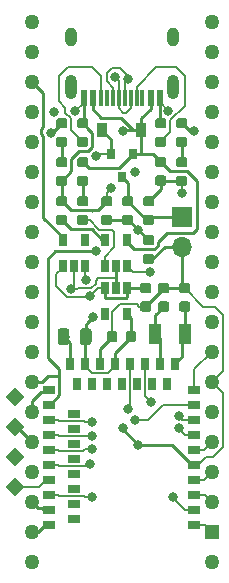
<source format=gbr>
G04 #@! TF.GenerationSoftware,KiCad,Pcbnew,(5.0.0)*
G04 #@! TF.CreationDate,2020-11-30T22:45:23-06:00*
G04 #@! TF.ProjectId,BlueMacro,426C75654D6163726F2E6B696361645F,rev?*
G04 #@! TF.SameCoordinates,Original*
G04 #@! TF.FileFunction,Copper,L1,Top,Signal*
G04 #@! TF.FilePolarity,Positive*
%FSLAX46Y46*%
G04 Gerber Fmt 4.6, Leading zero omitted, Abs format (unit mm)*
G04 Created by KiCad (PCBNEW (5.0.0)) date 11/30/20 22:45:23*
%MOMM*%
%LPD*%
G01*
G04 APERTURE LIST*
G04 #@! TA.AperFunction,WasherPad*
%ADD10C,1.270000*%
G04 #@! TD*
G04 #@! TA.AperFunction,ComponentPad*
%ADD11C,1.270000*%
G04 #@! TD*
G04 #@! TA.AperFunction,ComponentPad*
%ADD12R,1.250000X1.250000*%
G04 #@! TD*
G04 #@! TA.AperFunction,SMDPad,CuDef*
%ADD13R,0.900000X1.200000*%
G04 #@! TD*
G04 #@! TA.AperFunction,ComponentPad*
%ADD14R,1.700000X1.700000*%
G04 #@! TD*
G04 #@! TA.AperFunction,ComponentPad*
%ADD15O,1.700000X1.700000*%
G04 #@! TD*
G04 #@! TA.AperFunction,ComponentPad*
%ADD16O,1.000000X1.600000*%
G04 #@! TD*
G04 #@! TA.AperFunction,ComponentPad*
%ADD17O,1.000000X2.100000*%
G04 #@! TD*
G04 #@! TA.AperFunction,SMDPad,CuDef*
%ADD18R,0.300000X1.450000*%
G04 #@! TD*
G04 #@! TA.AperFunction,SMDPad,CuDef*
%ADD19R,0.600000X1.450000*%
G04 #@! TD*
G04 #@! TA.AperFunction,Conductor*
%ADD20C,0.100000*%
G04 #@! TD*
G04 #@! TA.AperFunction,SMDPad,CuDef*
%ADD21C,0.975000*%
G04 #@! TD*
G04 #@! TA.AperFunction,SMDPad,CuDef*
%ADD22R,0.800000X0.900000*%
G04 #@! TD*
G04 #@! TA.AperFunction,SMDPad,CuDef*
%ADD23R,0.650000X1.060000*%
G04 #@! TD*
G04 #@! TA.AperFunction,SMDPad,CuDef*
%ADD24R,1.000000X1.800000*%
G04 #@! TD*
G04 #@! TA.AperFunction,ComponentPad*
%ADD25R,0.650000X1.000000*%
G04 #@! TD*
G04 #@! TA.AperFunction,ComponentPad*
%ADD26R,1.000000X0.650000*%
G04 #@! TD*
G04 #@! TA.AperFunction,SMDPad,CuDef*
%ADD27R,0.650000X1.000000*%
G04 #@! TD*
G04 #@! TA.AperFunction,SMDPad,CuDef*
%ADD28R,1.000000X0.650000*%
G04 #@! TD*
G04 #@! TA.AperFunction,ComponentPad*
%ADD29C,1.100000*%
G04 #@! TD*
G04 #@! TA.AperFunction,SMDPad,CuDef*
%ADD30C,0.875000*%
G04 #@! TD*
G04 #@! TA.AperFunction,ViaPad*
%ADD31C,0.800000*%
G04 #@! TD*
G04 #@! TA.AperFunction,Conductor*
%ADD32C,0.250000*%
G04 #@! TD*
G04 #@! TA.AperFunction,Conductor*
%ADD33C,0.200000*%
G04 #@! TD*
G04 APERTURE END LIST*
D10*
G04 #@! TO.P,U4,*
G04 #@! TO.N,*
X55880000Y-27940000D03*
X40640000Y-27940000D03*
X55880000Y-73660000D03*
X40640000Y-73660000D03*
D11*
G04 #@! TO.P,U4,34*
G04 #@! TO.N,/P0.10*
X40640000Y-71120000D03*
G04 #@! TO.P,U4,33*
G04 #@! TO.N,/P0.09*
X40640000Y-68580000D03*
G04 #@! TO.P,U4,32*
G04 #@! TO.N,VBatt*
X40640000Y-66040000D03*
G04 #@! TO.P,U4,31*
G04 #@! TO.N,GND*
X40640000Y-63500000D03*
G04 #@! TO.P,U4,30*
G04 #@! TO.N,Reset*
X40640000Y-60960000D03*
G04 #@! TO.P,U4,27*
G04 #@! TO.N,N/C*
X40640000Y-53340000D03*
G04 #@! TO.P,U4,26*
G04 #@! TO.N,/P0.20*
X40640000Y-50800000D03*
G04 #@! TO.P,U4,25*
G04 #@! TO.N,/P0.17*
X40640000Y-48260000D03*
G04 #@! TO.P,U4,28*
G04 #@! TO.N,N/C*
X40640000Y-55880000D03*
G04 #@! TO.P,U4,29*
G04 #@! TO.N,VBus*
X40640000Y-58420000D03*
D12*
G04 #@! TO.P,U4,1*
G04 #@! TO.N,/P1.11*
X55880000Y-71120000D03*
D11*
G04 #@! TO.P,U4,2*
G04 #@! TO.N,/P0.03*
X55880000Y-68580000D03*
G04 #@! TO.P,U4,3*
G04 #@! TO.N,/P0.28*
X55880000Y-66040000D03*
G04 #@! TO.P,U4,4*
G04 #@! TO.N,/P1.13*
X55880000Y-63500000D03*
G04 #@! TO.P,U4,5*
G04 #@! TO.N,Reset*
X55880000Y-60960000D03*
G04 #@! TO.P,U4,6*
G04 #@! TO.N,GND*
X55880000Y-58420000D03*
G04 #@! TO.P,U4,7*
G04 #@! TO.N,/P0.30*
X55880000Y-55880000D03*
G04 #@! TO.P,U4,8*
G04 #@! TO.N,/P0.02*
X55880000Y-53340000D03*
G04 #@! TO.P,U4,9*
G04 #@! TO.N,/P0.29*
X55880000Y-50800000D03*
G04 #@! TO.P,U4,10*
G04 #@! TO.N,/P0.26*
X55880000Y-48260000D03*
G04 #@! TO.P,U4,11*
G04 #@! TO.N,/P0.06*
X55880000Y-45720000D03*
G04 #@! TO.P,U4,12*
G04 #@! TO.N,/P0.05*
X55880000Y-43180000D03*
G04 #@! TO.P,U4,24*
G04 #@! TO.N,/P0.15*
X40640000Y-45720000D03*
G04 #@! TO.P,U4,23*
G04 #@! TO.N,/P0.13*
X40640000Y-43180000D03*
G04 #@! TO.P,U4,22*
G04 #@! TO.N,/P0.22*
X40640000Y-40640000D03*
G04 #@! TO.P,U4,21*
G04 #@! TO.N,/P0.24*
X40640000Y-38100000D03*
G04 #@! TO.P,U4,20*
G04 #@! TO.N,/P0.04*
X40640000Y-35560000D03*
G04 #@! TO.P,U4,19*
G04 #@! TO.N,/3V3*
X40640000Y-33020000D03*
G04 #@! TO.P,U4,18*
G04 #@! TO.N,/P0.07*
X40640000Y-30480000D03*
G04 #@! TO.P,U4,17*
G04 #@! TO.N,/P1.02*
X55880000Y-30480000D03*
G04 #@! TO.P,U4,16*
G04 #@! TO.N,/P0.12*
X55880000Y-33020000D03*
G04 #@! TO.P,U4,15*
G04 #@! TO.N,/P1.06*
X55880000Y-35560000D03*
G04 #@! TO.P,U4,14*
G04 #@! TO.N,/P1.09*
X55880000Y-38100000D03*
G04 #@! TO.P,U4,13*
G04 #@! TO.N,/P0.08*
X55880000Y-40640000D03*
G04 #@! TD*
D13*
G04 #@! TO.P,D1,1*
G04 #@! TO.N,Net-(C3-Pad1)*
X46610000Y-37084000D03*
G04 #@! TO.P,D1,2*
G04 #@! TO.N,VBus*
X49910000Y-37084000D03*
G04 #@! TD*
D14*
G04 #@! TO.P,J1,1*
G04 #@! TO.N,VBatt*
X53340000Y-44450000D03*
D15*
G04 #@! TO.P,J1,2*
G04 #@! TO.N,GND*
X53340000Y-46990000D03*
G04 #@! TD*
D16*
G04 #@! TO.P,J3,S1*
G04 #@! TO.N,Net-(J3-PadS1)*
X43940000Y-29270000D03*
X52580000Y-29270000D03*
D17*
X43940000Y-33450000D03*
X52580000Y-33450000D03*
D18*
G04 #@! TO.P,J3,A6*
G04 #@! TO.N,D+*
X48510000Y-34365000D03*
G04 #@! TO.P,J3,A7*
G04 #@! TO.N,D-*
X48010000Y-34365000D03*
G04 #@! TO.P,J3,B6*
G04 #@! TO.N,D+*
X47510000Y-34365000D03*
G04 #@! TO.P,J3,B7*
G04 #@! TO.N,D-*
X49010000Y-34365000D03*
G04 #@! TO.P,J3,A8*
G04 #@! TO.N,N/C*
X47010000Y-34365000D03*
G04 #@! TO.P,J3,A5*
G04 #@! TO.N,Net-(J3-PadA5)*
X49510000Y-34365000D03*
G04 #@! TO.P,J3,B5*
G04 #@! TO.N,Net-(J3-PadB5)*
X46510000Y-34365000D03*
G04 #@! TO.P,J3,B8*
G04 #@! TO.N,N/C*
X50010000Y-34365000D03*
D19*
G04 #@! TO.P,J3,A4*
G04 #@! TO.N,VBus*
X50710000Y-34365000D03*
X45810000Y-34365000D03*
G04 #@! TO.P,J3,A1*
G04 #@! TO.N,GND*
X51485000Y-34365000D03*
X45035000Y-34365000D03*
G04 #@! TD*
D20*
G04 #@! TO.N,Net-(L1-Pad1)*
G04 #@! TO.C,L1*
G36*
X43604642Y-53911174D02*
X43628303Y-53914684D01*
X43651507Y-53920496D01*
X43674029Y-53928554D01*
X43695653Y-53938782D01*
X43716170Y-53951079D01*
X43735383Y-53965329D01*
X43753107Y-53981393D01*
X43769171Y-53999117D01*
X43783421Y-54018330D01*
X43795718Y-54038847D01*
X43805946Y-54060471D01*
X43814004Y-54082993D01*
X43819816Y-54106197D01*
X43823326Y-54129858D01*
X43824500Y-54153750D01*
X43824500Y-55066250D01*
X43823326Y-55090142D01*
X43819816Y-55113803D01*
X43814004Y-55137007D01*
X43805946Y-55159529D01*
X43795718Y-55181153D01*
X43783421Y-55201670D01*
X43769171Y-55220883D01*
X43753107Y-55238607D01*
X43735383Y-55254671D01*
X43716170Y-55268921D01*
X43695653Y-55281218D01*
X43674029Y-55291446D01*
X43651507Y-55299504D01*
X43628303Y-55305316D01*
X43604642Y-55308826D01*
X43580750Y-55310000D01*
X43093250Y-55310000D01*
X43069358Y-55308826D01*
X43045697Y-55305316D01*
X43022493Y-55299504D01*
X42999971Y-55291446D01*
X42978347Y-55281218D01*
X42957830Y-55268921D01*
X42938617Y-55254671D01*
X42920893Y-55238607D01*
X42904829Y-55220883D01*
X42890579Y-55201670D01*
X42878282Y-55181153D01*
X42868054Y-55159529D01*
X42859996Y-55137007D01*
X42854184Y-55113803D01*
X42850674Y-55090142D01*
X42849500Y-55066250D01*
X42849500Y-54153750D01*
X42850674Y-54129858D01*
X42854184Y-54106197D01*
X42859996Y-54082993D01*
X42868054Y-54060471D01*
X42878282Y-54038847D01*
X42890579Y-54018330D01*
X42904829Y-53999117D01*
X42920893Y-53981393D01*
X42938617Y-53965329D01*
X42957830Y-53951079D01*
X42978347Y-53938782D01*
X42999971Y-53928554D01*
X43022493Y-53920496D01*
X43045697Y-53914684D01*
X43069358Y-53911174D01*
X43093250Y-53910000D01*
X43580750Y-53910000D01*
X43604642Y-53911174D01*
X43604642Y-53911174D01*
G37*
D21*
G04 #@! TD*
G04 #@! TO.P,L1,1*
G04 #@! TO.N,Net-(L1-Pad1)*
X43337000Y-54610000D03*
D20*
G04 #@! TO.N,VCC*
G04 #@! TO.C,L1*
G36*
X45479642Y-53911174D02*
X45503303Y-53914684D01*
X45526507Y-53920496D01*
X45549029Y-53928554D01*
X45570653Y-53938782D01*
X45591170Y-53951079D01*
X45610383Y-53965329D01*
X45628107Y-53981393D01*
X45644171Y-53999117D01*
X45658421Y-54018330D01*
X45670718Y-54038847D01*
X45680946Y-54060471D01*
X45689004Y-54082993D01*
X45694816Y-54106197D01*
X45698326Y-54129858D01*
X45699500Y-54153750D01*
X45699500Y-55066250D01*
X45698326Y-55090142D01*
X45694816Y-55113803D01*
X45689004Y-55137007D01*
X45680946Y-55159529D01*
X45670718Y-55181153D01*
X45658421Y-55201670D01*
X45644171Y-55220883D01*
X45628107Y-55238607D01*
X45610383Y-55254671D01*
X45591170Y-55268921D01*
X45570653Y-55281218D01*
X45549029Y-55291446D01*
X45526507Y-55299504D01*
X45503303Y-55305316D01*
X45479642Y-55308826D01*
X45455750Y-55310000D01*
X44968250Y-55310000D01*
X44944358Y-55308826D01*
X44920697Y-55305316D01*
X44897493Y-55299504D01*
X44874971Y-55291446D01*
X44853347Y-55281218D01*
X44832830Y-55268921D01*
X44813617Y-55254671D01*
X44795893Y-55238607D01*
X44779829Y-55220883D01*
X44765579Y-55201670D01*
X44753282Y-55181153D01*
X44743054Y-55159529D01*
X44734996Y-55137007D01*
X44729184Y-55113803D01*
X44725674Y-55090142D01*
X44724500Y-55066250D01*
X44724500Y-54153750D01*
X44725674Y-54129858D01*
X44729184Y-54106197D01*
X44734996Y-54082993D01*
X44743054Y-54060471D01*
X44753282Y-54038847D01*
X44765579Y-54018330D01*
X44779829Y-53999117D01*
X44795893Y-53981393D01*
X44813617Y-53965329D01*
X44832830Y-53951079D01*
X44853347Y-53938782D01*
X44874971Y-53928554D01*
X44897493Y-53920496D01*
X44920697Y-53914684D01*
X44944358Y-53911174D01*
X44968250Y-53910000D01*
X45455750Y-53910000D01*
X45479642Y-53911174D01*
X45479642Y-53911174D01*
G37*
D21*
G04 #@! TD*
G04 #@! TO.P,L1,2*
G04 #@! TO.N,VCC*
X45212000Y-54610000D03*
D22*
G04 #@! TO.P,Q1,1*
G04 #@! TO.N,VBus*
X49210000Y-39132000D03*
G04 #@! TO.P,Q1,2*
G04 #@! TO.N,Net-(C3-Pad1)*
X47310000Y-39132000D03*
G04 #@! TO.P,Q1,3*
G04 #@! TO.N,VBatt*
X48260000Y-41132000D03*
G04 #@! TD*
D23*
G04 #@! TO.P,U1,5*
G04 #@! TO.N,Net-(R2-Pad2)*
X46802000Y-46398000D03*
G04 #@! TO.P,U1,4*
G04 #@! TO.N,VBus*
X48702000Y-46398000D03*
G04 #@! TO.P,U1,3*
G04 #@! TO.N,VBatt*
X48702000Y-48598000D03*
G04 #@! TO.P,U1,2*
G04 #@! TO.N,GND*
X47752000Y-48598000D03*
G04 #@! TO.P,U1,1*
G04 #@! TO.N,Net-(R3-Pad1)*
X46802000Y-48598000D03*
G04 #@! TD*
G04 #@! TO.P,U3,1*
G04 #@! TO.N,Net-(C3-Pad1)*
X48702000Y-50505000D03*
G04 #@! TO.P,U3,2*
G04 #@! TO.N,GND*
X47752000Y-50505000D03*
G04 #@! TO.P,U3,3*
G04 #@! TO.N,Net-(C3-Pad1)*
X46802000Y-50505000D03*
G04 #@! TO.P,U3,4*
G04 #@! TO.N,N/C*
X46802000Y-52705000D03*
G04 #@! TO.P,U3,5*
G04 #@! TO.N,VCC*
X48702000Y-52705000D03*
G04 #@! TD*
D24*
G04 #@! TO.P,Y1,1*
G04 #@! TO.N,Net-(C1-Pad1)*
X53594000Y-54356000D03*
G04 #@! TO.P,Y1,2*
G04 #@! TO.N,Net-(C2-Pad1)*
X51094000Y-54356000D03*
G04 #@! TD*
D25*
G04 #@! TO.P,U2,18*
G04 #@! TO.N,/P0.04*
X48283000Y-58607000D03*
G04 #@! TO.P,U2,24*
G04 #@! TO.N,GND*
X44473000Y-58607000D03*
G04 #@! TO.P,U2,22*
G04 #@! TO.N,/P0.07*
X45743000Y-58607000D03*
G04 #@! TO.P,U2,16*
G04 #@! TO.N,/P0.08*
X49553000Y-58607000D03*
G04 #@! TO.P,U2,20*
G04 #@! TO.N,/P0.12*
X47013000Y-58607000D03*
G04 #@! TO.P,U2,12*
G04 #@! TO.N,/P0.26*
X52093000Y-58607000D03*
G04 #@! TO.P,U2,14*
G04 #@! TO.N,/P0.06*
X50823000Y-58607000D03*
D26*
G04 #@! TO.P,U2,42*
G04 #@! TO.N,/P1.06*
X44219000Y-70037000D03*
G04 #@! TO.P,U2,40*
G04 #@! TO.N,RED_LED*
X44219000Y-68767000D03*
G04 #@! TO.P,U2,38*
G04 #@! TO.N,/P1.02*
X44219000Y-67497000D03*
G04 #@! TO.P,U2,36*
G04 #@! TO.N,SWO*
X44219000Y-66227000D03*
G04 #@! TO.P,U2,34*
G04 #@! TO.N,/P0.22*
X44219000Y-64957000D03*
G04 #@! TO.P,U2,32*
G04 #@! TO.N,/P0.20*
X44219000Y-63687000D03*
G04 #@! TO.P,U2,30*
G04 #@! TO.N,/P0.17*
X44219000Y-62417000D03*
D27*
G04 #@! TO.P,U2,19*
G04 #@! TO.N,VCC*
X47650000Y-56896000D03*
G04 #@! TO.P,U2,25*
G04 #@! TO.N,Net-(L1-Pad1)*
X43840000Y-56896000D03*
G04 #@! TO.P,U2,17*
G04 #@! TO.N,/P1.09*
X48920000Y-56896000D03*
G04 #@! TO.P,U2,15*
G04 #@! TO.N,/P0.05*
X50190000Y-56896000D03*
G04 #@! TO.P,U2,13*
G04 #@! TO.N,Net-(C2-Pad1)*
X51460000Y-56896000D03*
G04 #@! TO.P,U2,21*
G04 #@! TO.N,GND*
X46380000Y-56896000D03*
G04 #@! TO.P,U2,11*
G04 #@! TO.N,Net-(C1-Pad1)*
X52730000Y-56896000D03*
G04 #@! TO.P,U2,23*
G04 #@! TO.N,VCC*
X45110000Y-56896000D03*
D28*
G04 #@! TO.P,U2,26*
G04 #@! TO.N,Reset*
X42141000Y-59115000D03*
G04 #@! TO.P,U2,27*
G04 #@! TO.N,VBus*
X42141000Y-60385000D03*
G04 #@! TO.P,U2,35*
G04 #@! TO.N,/P0.24*
X42141000Y-65465000D03*
G04 #@! TO.P,U2,29*
G04 #@! TO.N,D-*
X42141000Y-61655000D03*
G04 #@! TO.P,U2,37*
G04 #@! TO.N,SWDIO*
X42141000Y-66735000D03*
G04 #@! TO.P,U2,39*
G04 #@! TO.N,SWDCLK*
X42141000Y-68005000D03*
G04 #@! TO.P,U2,41*
G04 #@! TO.N,/P0.09*
X42141000Y-69275000D03*
G04 #@! TO.P,U2,33*
G04 #@! TO.N,/P0.13*
X42141000Y-64195000D03*
G04 #@! TO.P,U2,43*
G04 #@! TO.N,/P0.10*
X42141000Y-70545000D03*
G04 #@! TO.P,U2,31*
G04 #@! TO.N,D+*
X42141000Y-62925000D03*
G04 #@! TO.P,U2,1*
G04 #@! TO.N,/P1.11*
X54379000Y-70545000D03*
G04 #@! TO.P,U2,2*
G04 #@! TO.N,BLUE_LED*
X54379000Y-69275000D03*
G04 #@! TO.P,U2,3*
G04 #@! TO.N,/P0.03*
X54379000Y-68005000D03*
G04 #@! TO.P,U2,4*
G04 #@! TO.N,/P0.28*
X54379000Y-66735000D03*
G04 #@! TO.P,U2,5*
G04 #@! TO.N,GND*
X54379000Y-65465000D03*
G04 #@! TO.P,U2,6*
G04 #@! TO.N,/P1.13*
X54379000Y-64195000D03*
G04 #@! TO.P,U2,7*
G04 #@! TO.N,/P0.02*
X54379000Y-62925000D03*
G04 #@! TO.P,U2,8*
G04 #@! TO.N,/P0.29*
X54379000Y-61655000D03*
G04 #@! TO.P,U2,9*
G04 #@! TO.N,VBatt_Monitor*
X54379000Y-60385000D03*
G04 #@! TO.P,U2,10*
G04 #@! TO.N,/P0.30*
X54379000Y-59115000D03*
D26*
G04 #@! TO.P,U2,28*
G04 #@! TO.N,/P0.15*
X44219000Y-61147000D03*
G04 #@! TD*
D29*
G04 #@! TO.P,TP1,1*
G04 #@! TO.N,VCC*
X39243000Y-59690000D03*
D20*
G04 #@! TD*
G04 #@! TO.N,VCC*
G04 #@! TO.C,TP1*
G36*
X39243000Y-60467817D02*
X38465183Y-59690000D01*
X39243000Y-58912183D01*
X40020817Y-59690000D01*
X39243000Y-60467817D01*
X39243000Y-60467817D01*
G37*
D29*
G04 #@! TO.P,TP2,1*
G04 #@! TO.N,GND*
X39243000Y-62230000D03*
D20*
G04 #@! TD*
G04 #@! TO.N,GND*
G04 #@! TO.C,TP2*
G36*
X39243000Y-63007817D02*
X38465183Y-62230000D01*
X39243000Y-61452183D01*
X40020817Y-62230000D01*
X39243000Y-63007817D01*
X39243000Y-63007817D01*
G37*
D29*
G04 #@! TO.P,TP3,1*
G04 #@! TO.N,SWDCLK*
X39243000Y-64770000D03*
D20*
G04 #@! TD*
G04 #@! TO.N,SWDCLK*
G04 #@! TO.C,TP3*
G36*
X39243000Y-65547817D02*
X38465183Y-64770000D01*
X39243000Y-63992183D01*
X40020817Y-64770000D01*
X39243000Y-65547817D01*
X39243000Y-65547817D01*
G37*
D29*
G04 #@! TO.P,TP4,1*
G04 #@! TO.N,SWDIO*
X39243000Y-67310000D03*
D20*
G04 #@! TD*
G04 #@! TO.N,SWDIO*
G04 #@! TO.C,TP4*
G36*
X39243000Y-68087817D02*
X38465183Y-67310000D01*
X39243000Y-66532183D01*
X40020817Y-67310000D01*
X39243000Y-68087817D01*
X39243000Y-68087817D01*
G37*
D23*
G04 #@! TO.P,U5,1*
G04 #@! TO.N,Net-(C3-Pad1)*
X43246000Y-48598000D03*
G04 #@! TO.P,U5,2*
G04 #@! TO.N,GND*
X44196000Y-48598000D03*
G04 #@! TO.P,U5,3*
G04 #@! TO.N,SWO*
X45146000Y-48598000D03*
G04 #@! TO.P,U5,4*
G04 #@! TO.N,N/C*
X45146000Y-46398000D03*
G04 #@! TO.P,U5,5*
G04 #@! TO.N,/3V3*
X43246000Y-46398000D03*
G04 #@! TD*
D20*
G04 #@! TO.N,GND*
G04 #@! TO.C,C1*
G36*
X53871691Y-50058553D02*
X53892926Y-50061703D01*
X53913750Y-50066919D01*
X53933962Y-50074151D01*
X53953368Y-50083330D01*
X53971781Y-50094366D01*
X53989024Y-50107154D01*
X54004930Y-50121570D01*
X54019346Y-50137476D01*
X54032134Y-50154719D01*
X54043170Y-50173132D01*
X54052349Y-50192538D01*
X54059581Y-50212750D01*
X54064797Y-50233574D01*
X54067947Y-50254809D01*
X54069000Y-50276250D01*
X54069000Y-50713750D01*
X54067947Y-50735191D01*
X54064797Y-50756426D01*
X54059581Y-50777250D01*
X54052349Y-50797462D01*
X54043170Y-50816868D01*
X54032134Y-50835281D01*
X54019346Y-50852524D01*
X54004930Y-50868430D01*
X53989024Y-50882846D01*
X53971781Y-50895634D01*
X53953368Y-50906670D01*
X53933962Y-50915849D01*
X53913750Y-50923081D01*
X53892926Y-50928297D01*
X53871691Y-50931447D01*
X53850250Y-50932500D01*
X53337750Y-50932500D01*
X53316309Y-50931447D01*
X53295074Y-50928297D01*
X53274250Y-50923081D01*
X53254038Y-50915849D01*
X53234632Y-50906670D01*
X53216219Y-50895634D01*
X53198976Y-50882846D01*
X53183070Y-50868430D01*
X53168654Y-50852524D01*
X53155866Y-50835281D01*
X53144830Y-50816868D01*
X53135651Y-50797462D01*
X53128419Y-50777250D01*
X53123203Y-50756426D01*
X53120053Y-50735191D01*
X53119000Y-50713750D01*
X53119000Y-50276250D01*
X53120053Y-50254809D01*
X53123203Y-50233574D01*
X53128419Y-50212750D01*
X53135651Y-50192538D01*
X53144830Y-50173132D01*
X53155866Y-50154719D01*
X53168654Y-50137476D01*
X53183070Y-50121570D01*
X53198976Y-50107154D01*
X53216219Y-50094366D01*
X53234632Y-50083330D01*
X53254038Y-50074151D01*
X53274250Y-50066919D01*
X53295074Y-50061703D01*
X53316309Y-50058553D01*
X53337750Y-50057500D01*
X53850250Y-50057500D01*
X53871691Y-50058553D01*
X53871691Y-50058553D01*
G37*
D30*
G04 #@! TD*
G04 #@! TO.P,C1,2*
G04 #@! TO.N,GND*
X53594000Y-50495000D03*
D20*
G04 #@! TO.N,Net-(C1-Pad1)*
G04 #@! TO.C,C1*
G36*
X53871691Y-51633553D02*
X53892926Y-51636703D01*
X53913750Y-51641919D01*
X53933962Y-51649151D01*
X53953368Y-51658330D01*
X53971781Y-51669366D01*
X53989024Y-51682154D01*
X54004930Y-51696570D01*
X54019346Y-51712476D01*
X54032134Y-51729719D01*
X54043170Y-51748132D01*
X54052349Y-51767538D01*
X54059581Y-51787750D01*
X54064797Y-51808574D01*
X54067947Y-51829809D01*
X54069000Y-51851250D01*
X54069000Y-52288750D01*
X54067947Y-52310191D01*
X54064797Y-52331426D01*
X54059581Y-52352250D01*
X54052349Y-52372462D01*
X54043170Y-52391868D01*
X54032134Y-52410281D01*
X54019346Y-52427524D01*
X54004930Y-52443430D01*
X53989024Y-52457846D01*
X53971781Y-52470634D01*
X53953368Y-52481670D01*
X53933962Y-52490849D01*
X53913750Y-52498081D01*
X53892926Y-52503297D01*
X53871691Y-52506447D01*
X53850250Y-52507500D01*
X53337750Y-52507500D01*
X53316309Y-52506447D01*
X53295074Y-52503297D01*
X53274250Y-52498081D01*
X53254038Y-52490849D01*
X53234632Y-52481670D01*
X53216219Y-52470634D01*
X53198976Y-52457846D01*
X53183070Y-52443430D01*
X53168654Y-52427524D01*
X53155866Y-52410281D01*
X53144830Y-52391868D01*
X53135651Y-52372462D01*
X53128419Y-52352250D01*
X53123203Y-52331426D01*
X53120053Y-52310191D01*
X53119000Y-52288750D01*
X53119000Y-51851250D01*
X53120053Y-51829809D01*
X53123203Y-51808574D01*
X53128419Y-51787750D01*
X53135651Y-51767538D01*
X53144830Y-51748132D01*
X53155866Y-51729719D01*
X53168654Y-51712476D01*
X53183070Y-51696570D01*
X53198976Y-51682154D01*
X53216219Y-51669366D01*
X53234632Y-51658330D01*
X53254038Y-51649151D01*
X53274250Y-51641919D01*
X53295074Y-51636703D01*
X53316309Y-51633553D01*
X53337750Y-51632500D01*
X53850250Y-51632500D01*
X53871691Y-51633553D01*
X53871691Y-51633553D01*
G37*
D30*
G04 #@! TD*
G04 #@! TO.P,C1,1*
G04 #@! TO.N,Net-(C1-Pad1)*
X53594000Y-52070000D03*
D20*
G04 #@! TO.N,Net-(C2-Pad1)*
G04 #@! TO.C,C2*
G36*
X52093691Y-51633553D02*
X52114926Y-51636703D01*
X52135750Y-51641919D01*
X52155962Y-51649151D01*
X52175368Y-51658330D01*
X52193781Y-51669366D01*
X52211024Y-51682154D01*
X52226930Y-51696570D01*
X52241346Y-51712476D01*
X52254134Y-51729719D01*
X52265170Y-51748132D01*
X52274349Y-51767538D01*
X52281581Y-51787750D01*
X52286797Y-51808574D01*
X52289947Y-51829809D01*
X52291000Y-51851250D01*
X52291000Y-52288750D01*
X52289947Y-52310191D01*
X52286797Y-52331426D01*
X52281581Y-52352250D01*
X52274349Y-52372462D01*
X52265170Y-52391868D01*
X52254134Y-52410281D01*
X52241346Y-52427524D01*
X52226930Y-52443430D01*
X52211024Y-52457846D01*
X52193781Y-52470634D01*
X52175368Y-52481670D01*
X52155962Y-52490849D01*
X52135750Y-52498081D01*
X52114926Y-52503297D01*
X52093691Y-52506447D01*
X52072250Y-52507500D01*
X51559750Y-52507500D01*
X51538309Y-52506447D01*
X51517074Y-52503297D01*
X51496250Y-52498081D01*
X51476038Y-52490849D01*
X51456632Y-52481670D01*
X51438219Y-52470634D01*
X51420976Y-52457846D01*
X51405070Y-52443430D01*
X51390654Y-52427524D01*
X51377866Y-52410281D01*
X51366830Y-52391868D01*
X51357651Y-52372462D01*
X51350419Y-52352250D01*
X51345203Y-52331426D01*
X51342053Y-52310191D01*
X51341000Y-52288750D01*
X51341000Y-51851250D01*
X51342053Y-51829809D01*
X51345203Y-51808574D01*
X51350419Y-51787750D01*
X51357651Y-51767538D01*
X51366830Y-51748132D01*
X51377866Y-51729719D01*
X51390654Y-51712476D01*
X51405070Y-51696570D01*
X51420976Y-51682154D01*
X51438219Y-51669366D01*
X51456632Y-51658330D01*
X51476038Y-51649151D01*
X51496250Y-51641919D01*
X51517074Y-51636703D01*
X51538309Y-51633553D01*
X51559750Y-51632500D01*
X52072250Y-51632500D01*
X52093691Y-51633553D01*
X52093691Y-51633553D01*
G37*
D30*
G04 #@! TD*
G04 #@! TO.P,C2,1*
G04 #@! TO.N,Net-(C2-Pad1)*
X51816000Y-52070000D03*
D20*
G04 #@! TO.N,GND*
G04 #@! TO.C,C2*
G36*
X52093691Y-50058553D02*
X52114926Y-50061703D01*
X52135750Y-50066919D01*
X52155962Y-50074151D01*
X52175368Y-50083330D01*
X52193781Y-50094366D01*
X52211024Y-50107154D01*
X52226930Y-50121570D01*
X52241346Y-50137476D01*
X52254134Y-50154719D01*
X52265170Y-50173132D01*
X52274349Y-50192538D01*
X52281581Y-50212750D01*
X52286797Y-50233574D01*
X52289947Y-50254809D01*
X52291000Y-50276250D01*
X52291000Y-50713750D01*
X52289947Y-50735191D01*
X52286797Y-50756426D01*
X52281581Y-50777250D01*
X52274349Y-50797462D01*
X52265170Y-50816868D01*
X52254134Y-50835281D01*
X52241346Y-50852524D01*
X52226930Y-50868430D01*
X52211024Y-50882846D01*
X52193781Y-50895634D01*
X52175368Y-50906670D01*
X52155962Y-50915849D01*
X52135750Y-50923081D01*
X52114926Y-50928297D01*
X52093691Y-50931447D01*
X52072250Y-50932500D01*
X51559750Y-50932500D01*
X51538309Y-50931447D01*
X51517074Y-50928297D01*
X51496250Y-50923081D01*
X51476038Y-50915849D01*
X51456632Y-50906670D01*
X51438219Y-50895634D01*
X51420976Y-50882846D01*
X51405070Y-50868430D01*
X51390654Y-50852524D01*
X51377866Y-50835281D01*
X51366830Y-50816868D01*
X51357651Y-50797462D01*
X51350419Y-50777250D01*
X51345203Y-50756426D01*
X51342053Y-50735191D01*
X51341000Y-50713750D01*
X51341000Y-50276250D01*
X51342053Y-50254809D01*
X51345203Y-50233574D01*
X51350419Y-50212750D01*
X51357651Y-50192538D01*
X51366830Y-50173132D01*
X51377866Y-50154719D01*
X51390654Y-50137476D01*
X51405070Y-50121570D01*
X51420976Y-50107154D01*
X51438219Y-50094366D01*
X51456632Y-50083330D01*
X51476038Y-50074151D01*
X51496250Y-50066919D01*
X51517074Y-50061703D01*
X51538309Y-50058553D01*
X51559750Y-50057500D01*
X52072250Y-50057500D01*
X52093691Y-50058553D01*
X52093691Y-50058553D01*
G37*
D30*
G04 #@! TD*
G04 #@! TO.P,C2,2*
G04 #@! TO.N,GND*
X51816000Y-50495000D03*
D20*
G04 #@! TO.N,Net-(C3-Pad1)*
G04 #@! TO.C,C3*
G36*
X50569691Y-50058553D02*
X50590926Y-50061703D01*
X50611750Y-50066919D01*
X50631962Y-50074151D01*
X50651368Y-50083330D01*
X50669781Y-50094366D01*
X50687024Y-50107154D01*
X50702930Y-50121570D01*
X50717346Y-50137476D01*
X50730134Y-50154719D01*
X50741170Y-50173132D01*
X50750349Y-50192538D01*
X50757581Y-50212750D01*
X50762797Y-50233574D01*
X50765947Y-50254809D01*
X50767000Y-50276250D01*
X50767000Y-50713750D01*
X50765947Y-50735191D01*
X50762797Y-50756426D01*
X50757581Y-50777250D01*
X50750349Y-50797462D01*
X50741170Y-50816868D01*
X50730134Y-50835281D01*
X50717346Y-50852524D01*
X50702930Y-50868430D01*
X50687024Y-50882846D01*
X50669781Y-50895634D01*
X50651368Y-50906670D01*
X50631962Y-50915849D01*
X50611750Y-50923081D01*
X50590926Y-50928297D01*
X50569691Y-50931447D01*
X50548250Y-50932500D01*
X50035750Y-50932500D01*
X50014309Y-50931447D01*
X49993074Y-50928297D01*
X49972250Y-50923081D01*
X49952038Y-50915849D01*
X49932632Y-50906670D01*
X49914219Y-50895634D01*
X49896976Y-50882846D01*
X49881070Y-50868430D01*
X49866654Y-50852524D01*
X49853866Y-50835281D01*
X49842830Y-50816868D01*
X49833651Y-50797462D01*
X49826419Y-50777250D01*
X49821203Y-50756426D01*
X49818053Y-50735191D01*
X49817000Y-50713750D01*
X49817000Y-50276250D01*
X49818053Y-50254809D01*
X49821203Y-50233574D01*
X49826419Y-50212750D01*
X49833651Y-50192538D01*
X49842830Y-50173132D01*
X49853866Y-50154719D01*
X49866654Y-50137476D01*
X49881070Y-50121570D01*
X49896976Y-50107154D01*
X49914219Y-50094366D01*
X49932632Y-50083330D01*
X49952038Y-50074151D01*
X49972250Y-50066919D01*
X49993074Y-50061703D01*
X50014309Y-50058553D01*
X50035750Y-50057500D01*
X50548250Y-50057500D01*
X50569691Y-50058553D01*
X50569691Y-50058553D01*
G37*
D30*
G04 #@! TD*
G04 #@! TO.P,C3,1*
G04 #@! TO.N,Net-(C3-Pad1)*
X50292000Y-50495000D03*
D20*
G04 #@! TO.N,GND*
G04 #@! TO.C,C3*
G36*
X50569691Y-51633553D02*
X50590926Y-51636703D01*
X50611750Y-51641919D01*
X50631962Y-51649151D01*
X50651368Y-51658330D01*
X50669781Y-51669366D01*
X50687024Y-51682154D01*
X50702930Y-51696570D01*
X50717346Y-51712476D01*
X50730134Y-51729719D01*
X50741170Y-51748132D01*
X50750349Y-51767538D01*
X50757581Y-51787750D01*
X50762797Y-51808574D01*
X50765947Y-51829809D01*
X50767000Y-51851250D01*
X50767000Y-52288750D01*
X50765947Y-52310191D01*
X50762797Y-52331426D01*
X50757581Y-52352250D01*
X50750349Y-52372462D01*
X50741170Y-52391868D01*
X50730134Y-52410281D01*
X50717346Y-52427524D01*
X50702930Y-52443430D01*
X50687024Y-52457846D01*
X50669781Y-52470634D01*
X50651368Y-52481670D01*
X50631962Y-52490849D01*
X50611750Y-52498081D01*
X50590926Y-52503297D01*
X50569691Y-52506447D01*
X50548250Y-52507500D01*
X50035750Y-52507500D01*
X50014309Y-52506447D01*
X49993074Y-52503297D01*
X49972250Y-52498081D01*
X49952038Y-52490849D01*
X49932632Y-52481670D01*
X49914219Y-52470634D01*
X49896976Y-52457846D01*
X49881070Y-52443430D01*
X49866654Y-52427524D01*
X49853866Y-52410281D01*
X49842830Y-52391868D01*
X49833651Y-52372462D01*
X49826419Y-52352250D01*
X49821203Y-52331426D01*
X49818053Y-52310191D01*
X49817000Y-52288750D01*
X49817000Y-51851250D01*
X49818053Y-51829809D01*
X49821203Y-51808574D01*
X49826419Y-51787750D01*
X49833651Y-51767538D01*
X49842830Y-51748132D01*
X49853866Y-51729719D01*
X49866654Y-51712476D01*
X49881070Y-51696570D01*
X49896976Y-51682154D01*
X49914219Y-51669366D01*
X49932632Y-51658330D01*
X49952038Y-51649151D01*
X49972250Y-51641919D01*
X49993074Y-51636703D01*
X50014309Y-51633553D01*
X50035750Y-51632500D01*
X50548250Y-51632500D01*
X50569691Y-51633553D01*
X50569691Y-51633553D01*
G37*
D30*
G04 #@! TD*
G04 #@! TO.P,C3,2*
G04 #@! TO.N,GND*
X50292000Y-52070000D03*
D20*
G04 #@! TO.N,VBatt*
G04 #@! TO.C,C4*
G36*
X50823691Y-44293053D02*
X50844926Y-44296203D01*
X50865750Y-44301419D01*
X50885962Y-44308651D01*
X50905368Y-44317830D01*
X50923781Y-44328866D01*
X50941024Y-44341654D01*
X50956930Y-44356070D01*
X50971346Y-44371976D01*
X50984134Y-44389219D01*
X50995170Y-44407632D01*
X51004349Y-44427038D01*
X51011581Y-44447250D01*
X51016797Y-44468074D01*
X51019947Y-44489309D01*
X51021000Y-44510750D01*
X51021000Y-44948250D01*
X51019947Y-44969691D01*
X51016797Y-44990926D01*
X51011581Y-45011750D01*
X51004349Y-45031962D01*
X50995170Y-45051368D01*
X50984134Y-45069781D01*
X50971346Y-45087024D01*
X50956930Y-45102930D01*
X50941024Y-45117346D01*
X50923781Y-45130134D01*
X50905368Y-45141170D01*
X50885962Y-45150349D01*
X50865750Y-45157581D01*
X50844926Y-45162797D01*
X50823691Y-45165947D01*
X50802250Y-45167000D01*
X50289750Y-45167000D01*
X50268309Y-45165947D01*
X50247074Y-45162797D01*
X50226250Y-45157581D01*
X50206038Y-45150349D01*
X50186632Y-45141170D01*
X50168219Y-45130134D01*
X50150976Y-45117346D01*
X50135070Y-45102930D01*
X50120654Y-45087024D01*
X50107866Y-45069781D01*
X50096830Y-45051368D01*
X50087651Y-45031962D01*
X50080419Y-45011750D01*
X50075203Y-44990926D01*
X50072053Y-44969691D01*
X50071000Y-44948250D01*
X50071000Y-44510750D01*
X50072053Y-44489309D01*
X50075203Y-44468074D01*
X50080419Y-44447250D01*
X50087651Y-44427038D01*
X50096830Y-44407632D01*
X50107866Y-44389219D01*
X50120654Y-44371976D01*
X50135070Y-44356070D01*
X50150976Y-44341654D01*
X50168219Y-44328866D01*
X50186632Y-44317830D01*
X50206038Y-44308651D01*
X50226250Y-44301419D01*
X50247074Y-44296203D01*
X50268309Y-44293053D01*
X50289750Y-44292000D01*
X50802250Y-44292000D01*
X50823691Y-44293053D01*
X50823691Y-44293053D01*
G37*
D30*
G04 #@! TD*
G04 #@! TO.P,C4,1*
G04 #@! TO.N,VBatt*
X50546000Y-44729500D03*
D20*
G04 #@! TO.N,GND*
G04 #@! TO.C,C4*
G36*
X50823691Y-42718053D02*
X50844926Y-42721203D01*
X50865750Y-42726419D01*
X50885962Y-42733651D01*
X50905368Y-42742830D01*
X50923781Y-42753866D01*
X50941024Y-42766654D01*
X50956930Y-42781070D01*
X50971346Y-42796976D01*
X50984134Y-42814219D01*
X50995170Y-42832632D01*
X51004349Y-42852038D01*
X51011581Y-42872250D01*
X51016797Y-42893074D01*
X51019947Y-42914309D01*
X51021000Y-42935750D01*
X51021000Y-43373250D01*
X51019947Y-43394691D01*
X51016797Y-43415926D01*
X51011581Y-43436750D01*
X51004349Y-43456962D01*
X50995170Y-43476368D01*
X50984134Y-43494781D01*
X50971346Y-43512024D01*
X50956930Y-43527930D01*
X50941024Y-43542346D01*
X50923781Y-43555134D01*
X50905368Y-43566170D01*
X50885962Y-43575349D01*
X50865750Y-43582581D01*
X50844926Y-43587797D01*
X50823691Y-43590947D01*
X50802250Y-43592000D01*
X50289750Y-43592000D01*
X50268309Y-43590947D01*
X50247074Y-43587797D01*
X50226250Y-43582581D01*
X50206038Y-43575349D01*
X50186632Y-43566170D01*
X50168219Y-43555134D01*
X50150976Y-43542346D01*
X50135070Y-43527930D01*
X50120654Y-43512024D01*
X50107866Y-43494781D01*
X50096830Y-43476368D01*
X50087651Y-43456962D01*
X50080419Y-43436750D01*
X50075203Y-43415926D01*
X50072053Y-43394691D01*
X50071000Y-43373250D01*
X50071000Y-42935750D01*
X50072053Y-42914309D01*
X50075203Y-42893074D01*
X50080419Y-42872250D01*
X50087651Y-42852038D01*
X50096830Y-42832632D01*
X50107866Y-42814219D01*
X50120654Y-42796976D01*
X50135070Y-42781070D01*
X50150976Y-42766654D01*
X50168219Y-42753866D01*
X50186632Y-42742830D01*
X50206038Y-42733651D01*
X50226250Y-42726419D01*
X50247074Y-42721203D01*
X50268309Y-42718053D01*
X50289750Y-42717000D01*
X50802250Y-42717000D01*
X50823691Y-42718053D01*
X50823691Y-42718053D01*
G37*
D30*
G04 #@! TD*
G04 #@! TO.P,C4,2*
G04 #@! TO.N,GND*
X50546000Y-43154500D03*
D20*
G04 #@! TO.N,GND*
G04 #@! TO.C,C5*
G36*
X47687191Y-54136053D02*
X47708426Y-54139203D01*
X47729250Y-54144419D01*
X47749462Y-54151651D01*
X47768868Y-54160830D01*
X47787281Y-54171866D01*
X47804524Y-54184654D01*
X47820430Y-54199070D01*
X47834846Y-54214976D01*
X47847634Y-54232219D01*
X47858670Y-54250632D01*
X47867849Y-54270038D01*
X47875081Y-54290250D01*
X47880297Y-54311074D01*
X47883447Y-54332309D01*
X47884500Y-54353750D01*
X47884500Y-54866250D01*
X47883447Y-54887691D01*
X47880297Y-54908926D01*
X47875081Y-54929750D01*
X47867849Y-54949962D01*
X47858670Y-54969368D01*
X47847634Y-54987781D01*
X47834846Y-55005024D01*
X47820430Y-55020930D01*
X47804524Y-55035346D01*
X47787281Y-55048134D01*
X47768868Y-55059170D01*
X47749462Y-55068349D01*
X47729250Y-55075581D01*
X47708426Y-55080797D01*
X47687191Y-55083947D01*
X47665750Y-55085000D01*
X47228250Y-55085000D01*
X47206809Y-55083947D01*
X47185574Y-55080797D01*
X47164750Y-55075581D01*
X47144538Y-55068349D01*
X47125132Y-55059170D01*
X47106719Y-55048134D01*
X47089476Y-55035346D01*
X47073570Y-55020930D01*
X47059154Y-55005024D01*
X47046366Y-54987781D01*
X47035330Y-54969368D01*
X47026151Y-54949962D01*
X47018919Y-54929750D01*
X47013703Y-54908926D01*
X47010553Y-54887691D01*
X47009500Y-54866250D01*
X47009500Y-54353750D01*
X47010553Y-54332309D01*
X47013703Y-54311074D01*
X47018919Y-54290250D01*
X47026151Y-54270038D01*
X47035330Y-54250632D01*
X47046366Y-54232219D01*
X47059154Y-54214976D01*
X47073570Y-54199070D01*
X47089476Y-54184654D01*
X47106719Y-54171866D01*
X47125132Y-54160830D01*
X47144538Y-54151651D01*
X47164750Y-54144419D01*
X47185574Y-54139203D01*
X47206809Y-54136053D01*
X47228250Y-54135000D01*
X47665750Y-54135000D01*
X47687191Y-54136053D01*
X47687191Y-54136053D01*
G37*
D30*
G04 #@! TD*
G04 #@! TO.P,C5,2*
G04 #@! TO.N,GND*
X47447000Y-54610000D03*
D20*
G04 #@! TO.N,VCC*
G04 #@! TO.C,C5*
G36*
X49262191Y-54136053D02*
X49283426Y-54139203D01*
X49304250Y-54144419D01*
X49324462Y-54151651D01*
X49343868Y-54160830D01*
X49362281Y-54171866D01*
X49379524Y-54184654D01*
X49395430Y-54199070D01*
X49409846Y-54214976D01*
X49422634Y-54232219D01*
X49433670Y-54250632D01*
X49442849Y-54270038D01*
X49450081Y-54290250D01*
X49455297Y-54311074D01*
X49458447Y-54332309D01*
X49459500Y-54353750D01*
X49459500Y-54866250D01*
X49458447Y-54887691D01*
X49455297Y-54908926D01*
X49450081Y-54929750D01*
X49442849Y-54949962D01*
X49433670Y-54969368D01*
X49422634Y-54987781D01*
X49409846Y-55005024D01*
X49395430Y-55020930D01*
X49379524Y-55035346D01*
X49362281Y-55048134D01*
X49343868Y-55059170D01*
X49324462Y-55068349D01*
X49304250Y-55075581D01*
X49283426Y-55080797D01*
X49262191Y-55083947D01*
X49240750Y-55085000D01*
X48803250Y-55085000D01*
X48781809Y-55083947D01*
X48760574Y-55080797D01*
X48739750Y-55075581D01*
X48719538Y-55068349D01*
X48700132Y-55059170D01*
X48681719Y-55048134D01*
X48664476Y-55035346D01*
X48648570Y-55020930D01*
X48634154Y-55005024D01*
X48621366Y-54987781D01*
X48610330Y-54969368D01*
X48601151Y-54949962D01*
X48593919Y-54929750D01*
X48588703Y-54908926D01*
X48585553Y-54887691D01*
X48584500Y-54866250D01*
X48584500Y-54353750D01*
X48585553Y-54332309D01*
X48588703Y-54311074D01*
X48593919Y-54290250D01*
X48601151Y-54270038D01*
X48610330Y-54250632D01*
X48621366Y-54232219D01*
X48634154Y-54214976D01*
X48648570Y-54199070D01*
X48664476Y-54184654D01*
X48681719Y-54171866D01*
X48700132Y-54160830D01*
X48719538Y-54151651D01*
X48739750Y-54144419D01*
X48760574Y-54139203D01*
X48781809Y-54136053D01*
X48803250Y-54135000D01*
X49240750Y-54135000D01*
X49262191Y-54136053D01*
X49262191Y-54136053D01*
G37*
D30*
G04 #@! TD*
G04 #@! TO.P,C5,1*
G04 #@! TO.N,VCC*
X49022000Y-54610000D03*
D20*
G04 #@! TO.N,GND*
G04 #@! TO.C,C6*
G36*
X47267691Y-42718053D02*
X47288926Y-42721203D01*
X47309750Y-42726419D01*
X47329962Y-42733651D01*
X47349368Y-42742830D01*
X47367781Y-42753866D01*
X47385024Y-42766654D01*
X47400930Y-42781070D01*
X47415346Y-42796976D01*
X47428134Y-42814219D01*
X47439170Y-42832632D01*
X47448349Y-42852038D01*
X47455581Y-42872250D01*
X47460797Y-42893074D01*
X47463947Y-42914309D01*
X47465000Y-42935750D01*
X47465000Y-43373250D01*
X47463947Y-43394691D01*
X47460797Y-43415926D01*
X47455581Y-43436750D01*
X47448349Y-43456962D01*
X47439170Y-43476368D01*
X47428134Y-43494781D01*
X47415346Y-43512024D01*
X47400930Y-43527930D01*
X47385024Y-43542346D01*
X47367781Y-43555134D01*
X47349368Y-43566170D01*
X47329962Y-43575349D01*
X47309750Y-43582581D01*
X47288926Y-43587797D01*
X47267691Y-43590947D01*
X47246250Y-43592000D01*
X46733750Y-43592000D01*
X46712309Y-43590947D01*
X46691074Y-43587797D01*
X46670250Y-43582581D01*
X46650038Y-43575349D01*
X46630632Y-43566170D01*
X46612219Y-43555134D01*
X46594976Y-43542346D01*
X46579070Y-43527930D01*
X46564654Y-43512024D01*
X46551866Y-43494781D01*
X46540830Y-43476368D01*
X46531651Y-43456962D01*
X46524419Y-43436750D01*
X46519203Y-43415926D01*
X46516053Y-43394691D01*
X46515000Y-43373250D01*
X46515000Y-42935750D01*
X46516053Y-42914309D01*
X46519203Y-42893074D01*
X46524419Y-42872250D01*
X46531651Y-42852038D01*
X46540830Y-42832632D01*
X46551866Y-42814219D01*
X46564654Y-42796976D01*
X46579070Y-42781070D01*
X46594976Y-42766654D01*
X46612219Y-42753866D01*
X46630632Y-42742830D01*
X46650038Y-42733651D01*
X46670250Y-42726419D01*
X46691074Y-42721203D01*
X46712309Y-42718053D01*
X46733750Y-42717000D01*
X47246250Y-42717000D01*
X47267691Y-42718053D01*
X47267691Y-42718053D01*
G37*
D30*
G04 #@! TD*
G04 #@! TO.P,C6,2*
G04 #@! TO.N,GND*
X46990000Y-43154500D03*
D20*
G04 #@! TO.N,VBatt_Monitor*
G04 #@! TO.C,C6*
G36*
X47267691Y-44293053D02*
X47288926Y-44296203D01*
X47309750Y-44301419D01*
X47329962Y-44308651D01*
X47349368Y-44317830D01*
X47367781Y-44328866D01*
X47385024Y-44341654D01*
X47400930Y-44356070D01*
X47415346Y-44371976D01*
X47428134Y-44389219D01*
X47439170Y-44407632D01*
X47448349Y-44427038D01*
X47455581Y-44447250D01*
X47460797Y-44468074D01*
X47463947Y-44489309D01*
X47465000Y-44510750D01*
X47465000Y-44948250D01*
X47463947Y-44969691D01*
X47460797Y-44990926D01*
X47455581Y-45011750D01*
X47448349Y-45031962D01*
X47439170Y-45051368D01*
X47428134Y-45069781D01*
X47415346Y-45087024D01*
X47400930Y-45102930D01*
X47385024Y-45117346D01*
X47367781Y-45130134D01*
X47349368Y-45141170D01*
X47329962Y-45150349D01*
X47309750Y-45157581D01*
X47288926Y-45162797D01*
X47267691Y-45165947D01*
X47246250Y-45167000D01*
X46733750Y-45167000D01*
X46712309Y-45165947D01*
X46691074Y-45162797D01*
X46670250Y-45157581D01*
X46650038Y-45150349D01*
X46630632Y-45141170D01*
X46612219Y-45130134D01*
X46594976Y-45117346D01*
X46579070Y-45102930D01*
X46564654Y-45087024D01*
X46551866Y-45069781D01*
X46540830Y-45051368D01*
X46531651Y-45031962D01*
X46524419Y-45011750D01*
X46519203Y-44990926D01*
X46516053Y-44969691D01*
X46515000Y-44948250D01*
X46515000Y-44510750D01*
X46516053Y-44489309D01*
X46519203Y-44468074D01*
X46524419Y-44447250D01*
X46531651Y-44427038D01*
X46540830Y-44407632D01*
X46551866Y-44389219D01*
X46564654Y-44371976D01*
X46579070Y-44356070D01*
X46594976Y-44341654D01*
X46612219Y-44328866D01*
X46630632Y-44317830D01*
X46650038Y-44308651D01*
X46670250Y-44301419D01*
X46691074Y-44296203D01*
X46712309Y-44293053D01*
X46733750Y-44292000D01*
X47246250Y-44292000D01*
X47267691Y-44293053D01*
X47267691Y-44293053D01*
G37*
D30*
G04 #@! TD*
G04 #@! TO.P,C6,1*
G04 #@! TO.N,VBatt_Monitor*
X46990000Y-44729500D03*
D20*
G04 #@! TO.N,Net-(D2-Pad1)*
G04 #@! TO.C,D2*
G36*
X45235691Y-40991053D02*
X45256926Y-40994203D01*
X45277750Y-40999419D01*
X45297962Y-41006651D01*
X45317368Y-41015830D01*
X45335781Y-41026866D01*
X45353024Y-41039654D01*
X45368930Y-41054070D01*
X45383346Y-41069976D01*
X45396134Y-41087219D01*
X45407170Y-41105632D01*
X45416349Y-41125038D01*
X45423581Y-41145250D01*
X45428797Y-41166074D01*
X45431947Y-41187309D01*
X45433000Y-41208750D01*
X45433000Y-41646250D01*
X45431947Y-41667691D01*
X45428797Y-41688926D01*
X45423581Y-41709750D01*
X45416349Y-41729962D01*
X45407170Y-41749368D01*
X45396134Y-41767781D01*
X45383346Y-41785024D01*
X45368930Y-41800930D01*
X45353024Y-41815346D01*
X45335781Y-41828134D01*
X45317368Y-41839170D01*
X45297962Y-41848349D01*
X45277750Y-41855581D01*
X45256926Y-41860797D01*
X45235691Y-41863947D01*
X45214250Y-41865000D01*
X44701750Y-41865000D01*
X44680309Y-41863947D01*
X44659074Y-41860797D01*
X44638250Y-41855581D01*
X44618038Y-41848349D01*
X44598632Y-41839170D01*
X44580219Y-41828134D01*
X44562976Y-41815346D01*
X44547070Y-41800930D01*
X44532654Y-41785024D01*
X44519866Y-41767781D01*
X44508830Y-41749368D01*
X44499651Y-41729962D01*
X44492419Y-41709750D01*
X44487203Y-41688926D01*
X44484053Y-41667691D01*
X44483000Y-41646250D01*
X44483000Y-41208750D01*
X44484053Y-41187309D01*
X44487203Y-41166074D01*
X44492419Y-41145250D01*
X44499651Y-41125038D01*
X44508830Y-41105632D01*
X44519866Y-41087219D01*
X44532654Y-41069976D01*
X44547070Y-41054070D01*
X44562976Y-41039654D01*
X44580219Y-41026866D01*
X44598632Y-41015830D01*
X44618038Y-41006651D01*
X44638250Y-40999419D01*
X44659074Y-40994203D01*
X44680309Y-40991053D01*
X44701750Y-40990000D01*
X45214250Y-40990000D01*
X45235691Y-40991053D01*
X45235691Y-40991053D01*
G37*
D30*
G04 #@! TD*
G04 #@! TO.P,D2,1*
G04 #@! TO.N,Net-(D2-Pad1)*
X44958000Y-41427500D03*
D20*
G04 #@! TO.N,VBus*
G04 #@! TO.C,D2*
G36*
X45235691Y-39416053D02*
X45256926Y-39419203D01*
X45277750Y-39424419D01*
X45297962Y-39431651D01*
X45317368Y-39440830D01*
X45335781Y-39451866D01*
X45353024Y-39464654D01*
X45368930Y-39479070D01*
X45383346Y-39494976D01*
X45396134Y-39512219D01*
X45407170Y-39530632D01*
X45416349Y-39550038D01*
X45423581Y-39570250D01*
X45428797Y-39591074D01*
X45431947Y-39612309D01*
X45433000Y-39633750D01*
X45433000Y-40071250D01*
X45431947Y-40092691D01*
X45428797Y-40113926D01*
X45423581Y-40134750D01*
X45416349Y-40154962D01*
X45407170Y-40174368D01*
X45396134Y-40192781D01*
X45383346Y-40210024D01*
X45368930Y-40225930D01*
X45353024Y-40240346D01*
X45335781Y-40253134D01*
X45317368Y-40264170D01*
X45297962Y-40273349D01*
X45277750Y-40280581D01*
X45256926Y-40285797D01*
X45235691Y-40288947D01*
X45214250Y-40290000D01*
X44701750Y-40290000D01*
X44680309Y-40288947D01*
X44659074Y-40285797D01*
X44638250Y-40280581D01*
X44618038Y-40273349D01*
X44598632Y-40264170D01*
X44580219Y-40253134D01*
X44562976Y-40240346D01*
X44547070Y-40225930D01*
X44532654Y-40210024D01*
X44519866Y-40192781D01*
X44508830Y-40174368D01*
X44499651Y-40154962D01*
X44492419Y-40134750D01*
X44487203Y-40113926D01*
X44484053Y-40092691D01*
X44483000Y-40071250D01*
X44483000Y-39633750D01*
X44484053Y-39612309D01*
X44487203Y-39591074D01*
X44492419Y-39570250D01*
X44499651Y-39550038D01*
X44508830Y-39530632D01*
X44519866Y-39512219D01*
X44532654Y-39494976D01*
X44547070Y-39479070D01*
X44562976Y-39464654D01*
X44580219Y-39451866D01*
X44598632Y-39440830D01*
X44618038Y-39431651D01*
X44638250Y-39424419D01*
X44659074Y-39419203D01*
X44680309Y-39416053D01*
X44701750Y-39415000D01*
X45214250Y-39415000D01*
X45235691Y-39416053D01*
X45235691Y-39416053D01*
G37*
D30*
G04 #@! TD*
G04 #@! TO.P,D2,2*
G04 #@! TO.N,VBus*
X44958000Y-39852500D03*
D20*
G04 #@! TO.N,RED_LED*
G04 #@! TO.C,D3*
G36*
X43457691Y-36114053D02*
X43478926Y-36117203D01*
X43499750Y-36122419D01*
X43519962Y-36129651D01*
X43539368Y-36138830D01*
X43557781Y-36149866D01*
X43575024Y-36162654D01*
X43590930Y-36177070D01*
X43605346Y-36192976D01*
X43618134Y-36210219D01*
X43629170Y-36228632D01*
X43638349Y-36248038D01*
X43645581Y-36268250D01*
X43650797Y-36289074D01*
X43653947Y-36310309D01*
X43655000Y-36331750D01*
X43655000Y-36769250D01*
X43653947Y-36790691D01*
X43650797Y-36811926D01*
X43645581Y-36832750D01*
X43638349Y-36852962D01*
X43629170Y-36872368D01*
X43618134Y-36890781D01*
X43605346Y-36908024D01*
X43590930Y-36923930D01*
X43575024Y-36938346D01*
X43557781Y-36951134D01*
X43539368Y-36962170D01*
X43519962Y-36971349D01*
X43499750Y-36978581D01*
X43478926Y-36983797D01*
X43457691Y-36986947D01*
X43436250Y-36988000D01*
X42923750Y-36988000D01*
X42902309Y-36986947D01*
X42881074Y-36983797D01*
X42860250Y-36978581D01*
X42840038Y-36971349D01*
X42820632Y-36962170D01*
X42802219Y-36951134D01*
X42784976Y-36938346D01*
X42769070Y-36923930D01*
X42754654Y-36908024D01*
X42741866Y-36890781D01*
X42730830Y-36872368D01*
X42721651Y-36852962D01*
X42714419Y-36832750D01*
X42709203Y-36811926D01*
X42706053Y-36790691D01*
X42705000Y-36769250D01*
X42705000Y-36331750D01*
X42706053Y-36310309D01*
X42709203Y-36289074D01*
X42714419Y-36268250D01*
X42721651Y-36248038D01*
X42730830Y-36228632D01*
X42741866Y-36210219D01*
X42754654Y-36192976D01*
X42769070Y-36177070D01*
X42784976Y-36162654D01*
X42802219Y-36149866D01*
X42820632Y-36138830D01*
X42840038Y-36129651D01*
X42860250Y-36122419D01*
X42881074Y-36117203D01*
X42902309Y-36114053D01*
X42923750Y-36113000D01*
X43436250Y-36113000D01*
X43457691Y-36114053D01*
X43457691Y-36114053D01*
G37*
D30*
G04 #@! TD*
G04 #@! TO.P,D3,2*
G04 #@! TO.N,RED_LED*
X43180000Y-36550500D03*
D20*
G04 #@! TO.N,Net-(D3-Pad1)*
G04 #@! TO.C,D3*
G36*
X43457691Y-37689053D02*
X43478926Y-37692203D01*
X43499750Y-37697419D01*
X43519962Y-37704651D01*
X43539368Y-37713830D01*
X43557781Y-37724866D01*
X43575024Y-37737654D01*
X43590930Y-37752070D01*
X43605346Y-37767976D01*
X43618134Y-37785219D01*
X43629170Y-37803632D01*
X43638349Y-37823038D01*
X43645581Y-37843250D01*
X43650797Y-37864074D01*
X43653947Y-37885309D01*
X43655000Y-37906750D01*
X43655000Y-38344250D01*
X43653947Y-38365691D01*
X43650797Y-38386926D01*
X43645581Y-38407750D01*
X43638349Y-38427962D01*
X43629170Y-38447368D01*
X43618134Y-38465781D01*
X43605346Y-38483024D01*
X43590930Y-38498930D01*
X43575024Y-38513346D01*
X43557781Y-38526134D01*
X43539368Y-38537170D01*
X43519962Y-38546349D01*
X43499750Y-38553581D01*
X43478926Y-38558797D01*
X43457691Y-38561947D01*
X43436250Y-38563000D01*
X42923750Y-38563000D01*
X42902309Y-38561947D01*
X42881074Y-38558797D01*
X42860250Y-38553581D01*
X42840038Y-38546349D01*
X42820632Y-38537170D01*
X42802219Y-38526134D01*
X42784976Y-38513346D01*
X42769070Y-38498930D01*
X42754654Y-38483024D01*
X42741866Y-38465781D01*
X42730830Y-38447368D01*
X42721651Y-38427962D01*
X42714419Y-38407750D01*
X42709203Y-38386926D01*
X42706053Y-38365691D01*
X42705000Y-38344250D01*
X42705000Y-37906750D01*
X42706053Y-37885309D01*
X42709203Y-37864074D01*
X42714419Y-37843250D01*
X42721651Y-37823038D01*
X42730830Y-37803632D01*
X42741866Y-37785219D01*
X42754654Y-37767976D01*
X42769070Y-37752070D01*
X42784976Y-37737654D01*
X42802219Y-37724866D01*
X42820632Y-37713830D01*
X42840038Y-37704651D01*
X42860250Y-37697419D01*
X42881074Y-37692203D01*
X42902309Y-37689053D01*
X42923750Y-37688000D01*
X43436250Y-37688000D01*
X43457691Y-37689053D01*
X43457691Y-37689053D01*
G37*
D30*
G04 #@! TD*
G04 #@! TO.P,D3,1*
G04 #@! TO.N,Net-(D3-Pad1)*
X43180000Y-38125500D03*
D20*
G04 #@! TO.N,Net-(D4-Pad1)*
G04 #@! TO.C,D4*
G36*
X53617691Y-37689053D02*
X53638926Y-37692203D01*
X53659750Y-37697419D01*
X53679962Y-37704651D01*
X53699368Y-37713830D01*
X53717781Y-37724866D01*
X53735024Y-37737654D01*
X53750930Y-37752070D01*
X53765346Y-37767976D01*
X53778134Y-37785219D01*
X53789170Y-37803632D01*
X53798349Y-37823038D01*
X53805581Y-37843250D01*
X53810797Y-37864074D01*
X53813947Y-37885309D01*
X53815000Y-37906750D01*
X53815000Y-38344250D01*
X53813947Y-38365691D01*
X53810797Y-38386926D01*
X53805581Y-38407750D01*
X53798349Y-38427962D01*
X53789170Y-38447368D01*
X53778134Y-38465781D01*
X53765346Y-38483024D01*
X53750930Y-38498930D01*
X53735024Y-38513346D01*
X53717781Y-38526134D01*
X53699368Y-38537170D01*
X53679962Y-38546349D01*
X53659750Y-38553581D01*
X53638926Y-38558797D01*
X53617691Y-38561947D01*
X53596250Y-38563000D01*
X53083750Y-38563000D01*
X53062309Y-38561947D01*
X53041074Y-38558797D01*
X53020250Y-38553581D01*
X53000038Y-38546349D01*
X52980632Y-38537170D01*
X52962219Y-38526134D01*
X52944976Y-38513346D01*
X52929070Y-38498930D01*
X52914654Y-38483024D01*
X52901866Y-38465781D01*
X52890830Y-38447368D01*
X52881651Y-38427962D01*
X52874419Y-38407750D01*
X52869203Y-38386926D01*
X52866053Y-38365691D01*
X52865000Y-38344250D01*
X52865000Y-37906750D01*
X52866053Y-37885309D01*
X52869203Y-37864074D01*
X52874419Y-37843250D01*
X52881651Y-37823038D01*
X52890830Y-37803632D01*
X52901866Y-37785219D01*
X52914654Y-37767976D01*
X52929070Y-37752070D01*
X52944976Y-37737654D01*
X52962219Y-37724866D01*
X52980632Y-37713830D01*
X53000038Y-37704651D01*
X53020250Y-37697419D01*
X53041074Y-37692203D01*
X53062309Y-37689053D01*
X53083750Y-37688000D01*
X53596250Y-37688000D01*
X53617691Y-37689053D01*
X53617691Y-37689053D01*
G37*
D30*
G04 #@! TD*
G04 #@! TO.P,D4,1*
G04 #@! TO.N,Net-(D4-Pad1)*
X53340000Y-38125500D03*
D20*
G04 #@! TO.N,BLUE_LED*
G04 #@! TO.C,D4*
G36*
X53617691Y-36114053D02*
X53638926Y-36117203D01*
X53659750Y-36122419D01*
X53679962Y-36129651D01*
X53699368Y-36138830D01*
X53717781Y-36149866D01*
X53735024Y-36162654D01*
X53750930Y-36177070D01*
X53765346Y-36192976D01*
X53778134Y-36210219D01*
X53789170Y-36228632D01*
X53798349Y-36248038D01*
X53805581Y-36268250D01*
X53810797Y-36289074D01*
X53813947Y-36310309D01*
X53815000Y-36331750D01*
X53815000Y-36769250D01*
X53813947Y-36790691D01*
X53810797Y-36811926D01*
X53805581Y-36832750D01*
X53798349Y-36852962D01*
X53789170Y-36872368D01*
X53778134Y-36890781D01*
X53765346Y-36908024D01*
X53750930Y-36923930D01*
X53735024Y-36938346D01*
X53717781Y-36951134D01*
X53699368Y-36962170D01*
X53679962Y-36971349D01*
X53659750Y-36978581D01*
X53638926Y-36983797D01*
X53617691Y-36986947D01*
X53596250Y-36988000D01*
X53083750Y-36988000D01*
X53062309Y-36986947D01*
X53041074Y-36983797D01*
X53020250Y-36978581D01*
X53000038Y-36971349D01*
X52980632Y-36962170D01*
X52962219Y-36951134D01*
X52944976Y-36938346D01*
X52929070Y-36923930D01*
X52914654Y-36908024D01*
X52901866Y-36890781D01*
X52890830Y-36872368D01*
X52881651Y-36852962D01*
X52874419Y-36832750D01*
X52869203Y-36811926D01*
X52866053Y-36790691D01*
X52865000Y-36769250D01*
X52865000Y-36331750D01*
X52866053Y-36310309D01*
X52869203Y-36289074D01*
X52874419Y-36268250D01*
X52881651Y-36248038D01*
X52890830Y-36228632D01*
X52901866Y-36210219D01*
X52914654Y-36192976D01*
X52929070Y-36177070D01*
X52944976Y-36162654D01*
X52962219Y-36149866D01*
X52980632Y-36138830D01*
X53000038Y-36129651D01*
X53020250Y-36122419D01*
X53041074Y-36117203D01*
X53062309Y-36114053D01*
X53083750Y-36113000D01*
X53596250Y-36113000D01*
X53617691Y-36114053D01*
X53617691Y-36114053D01*
G37*
D30*
G04 #@! TD*
G04 #@! TO.P,D4,2*
G04 #@! TO.N,BLUE_LED*
X53340000Y-36550500D03*
D20*
G04 #@! TO.N,VBus*
G04 #@! TO.C,R1*
G36*
X51839691Y-39390553D02*
X51860926Y-39393703D01*
X51881750Y-39398919D01*
X51901962Y-39406151D01*
X51921368Y-39415330D01*
X51939781Y-39426366D01*
X51957024Y-39439154D01*
X51972930Y-39453570D01*
X51987346Y-39469476D01*
X52000134Y-39486719D01*
X52011170Y-39505132D01*
X52020349Y-39524538D01*
X52027581Y-39544750D01*
X52032797Y-39565574D01*
X52035947Y-39586809D01*
X52037000Y-39608250D01*
X52037000Y-40045750D01*
X52035947Y-40067191D01*
X52032797Y-40088426D01*
X52027581Y-40109250D01*
X52020349Y-40129462D01*
X52011170Y-40148868D01*
X52000134Y-40167281D01*
X51987346Y-40184524D01*
X51972930Y-40200430D01*
X51957024Y-40214846D01*
X51939781Y-40227634D01*
X51921368Y-40238670D01*
X51901962Y-40247849D01*
X51881750Y-40255081D01*
X51860926Y-40260297D01*
X51839691Y-40263447D01*
X51818250Y-40264500D01*
X51305750Y-40264500D01*
X51284309Y-40263447D01*
X51263074Y-40260297D01*
X51242250Y-40255081D01*
X51222038Y-40247849D01*
X51202632Y-40238670D01*
X51184219Y-40227634D01*
X51166976Y-40214846D01*
X51151070Y-40200430D01*
X51136654Y-40184524D01*
X51123866Y-40167281D01*
X51112830Y-40148868D01*
X51103651Y-40129462D01*
X51096419Y-40109250D01*
X51091203Y-40088426D01*
X51088053Y-40067191D01*
X51087000Y-40045750D01*
X51087000Y-39608250D01*
X51088053Y-39586809D01*
X51091203Y-39565574D01*
X51096419Y-39544750D01*
X51103651Y-39524538D01*
X51112830Y-39505132D01*
X51123866Y-39486719D01*
X51136654Y-39469476D01*
X51151070Y-39453570D01*
X51166976Y-39439154D01*
X51184219Y-39426366D01*
X51202632Y-39415330D01*
X51222038Y-39406151D01*
X51242250Y-39398919D01*
X51263074Y-39393703D01*
X51284309Y-39390553D01*
X51305750Y-39389500D01*
X51818250Y-39389500D01*
X51839691Y-39390553D01*
X51839691Y-39390553D01*
G37*
D30*
G04 #@! TD*
G04 #@! TO.P,R1,1*
G04 #@! TO.N,VBus*
X51562000Y-39827000D03*
D20*
G04 #@! TO.N,GND*
G04 #@! TO.C,R1*
G36*
X51839691Y-40965553D02*
X51860926Y-40968703D01*
X51881750Y-40973919D01*
X51901962Y-40981151D01*
X51921368Y-40990330D01*
X51939781Y-41001366D01*
X51957024Y-41014154D01*
X51972930Y-41028570D01*
X51987346Y-41044476D01*
X52000134Y-41061719D01*
X52011170Y-41080132D01*
X52020349Y-41099538D01*
X52027581Y-41119750D01*
X52032797Y-41140574D01*
X52035947Y-41161809D01*
X52037000Y-41183250D01*
X52037000Y-41620750D01*
X52035947Y-41642191D01*
X52032797Y-41663426D01*
X52027581Y-41684250D01*
X52020349Y-41704462D01*
X52011170Y-41723868D01*
X52000134Y-41742281D01*
X51987346Y-41759524D01*
X51972930Y-41775430D01*
X51957024Y-41789846D01*
X51939781Y-41802634D01*
X51921368Y-41813670D01*
X51901962Y-41822849D01*
X51881750Y-41830081D01*
X51860926Y-41835297D01*
X51839691Y-41838447D01*
X51818250Y-41839500D01*
X51305750Y-41839500D01*
X51284309Y-41838447D01*
X51263074Y-41835297D01*
X51242250Y-41830081D01*
X51222038Y-41822849D01*
X51202632Y-41813670D01*
X51184219Y-41802634D01*
X51166976Y-41789846D01*
X51151070Y-41775430D01*
X51136654Y-41759524D01*
X51123866Y-41742281D01*
X51112830Y-41723868D01*
X51103651Y-41704462D01*
X51096419Y-41684250D01*
X51091203Y-41663426D01*
X51088053Y-41642191D01*
X51087000Y-41620750D01*
X51087000Y-41183250D01*
X51088053Y-41161809D01*
X51091203Y-41140574D01*
X51096419Y-41119750D01*
X51103651Y-41099538D01*
X51112830Y-41080132D01*
X51123866Y-41061719D01*
X51136654Y-41044476D01*
X51151070Y-41028570D01*
X51166976Y-41014154D01*
X51184219Y-41001366D01*
X51202632Y-40990330D01*
X51222038Y-40981151D01*
X51242250Y-40973919D01*
X51263074Y-40968703D01*
X51284309Y-40965553D01*
X51305750Y-40964500D01*
X51818250Y-40964500D01*
X51839691Y-40965553D01*
X51839691Y-40965553D01*
G37*
D30*
G04 #@! TD*
G04 #@! TO.P,R1,2*
G04 #@! TO.N,GND*
X51562000Y-41402000D03*
D20*
G04 #@! TO.N,GND*
G04 #@! TO.C,R2*
G36*
X43457691Y-42718053D02*
X43478926Y-42721203D01*
X43499750Y-42726419D01*
X43519962Y-42733651D01*
X43539368Y-42742830D01*
X43557781Y-42753866D01*
X43575024Y-42766654D01*
X43590930Y-42781070D01*
X43605346Y-42796976D01*
X43618134Y-42814219D01*
X43629170Y-42832632D01*
X43638349Y-42852038D01*
X43645581Y-42872250D01*
X43650797Y-42893074D01*
X43653947Y-42914309D01*
X43655000Y-42935750D01*
X43655000Y-43373250D01*
X43653947Y-43394691D01*
X43650797Y-43415926D01*
X43645581Y-43436750D01*
X43638349Y-43456962D01*
X43629170Y-43476368D01*
X43618134Y-43494781D01*
X43605346Y-43512024D01*
X43590930Y-43527930D01*
X43575024Y-43542346D01*
X43557781Y-43555134D01*
X43539368Y-43566170D01*
X43519962Y-43575349D01*
X43499750Y-43582581D01*
X43478926Y-43587797D01*
X43457691Y-43590947D01*
X43436250Y-43592000D01*
X42923750Y-43592000D01*
X42902309Y-43590947D01*
X42881074Y-43587797D01*
X42860250Y-43582581D01*
X42840038Y-43575349D01*
X42820632Y-43566170D01*
X42802219Y-43555134D01*
X42784976Y-43542346D01*
X42769070Y-43527930D01*
X42754654Y-43512024D01*
X42741866Y-43494781D01*
X42730830Y-43476368D01*
X42721651Y-43456962D01*
X42714419Y-43436750D01*
X42709203Y-43415926D01*
X42706053Y-43394691D01*
X42705000Y-43373250D01*
X42705000Y-42935750D01*
X42706053Y-42914309D01*
X42709203Y-42893074D01*
X42714419Y-42872250D01*
X42721651Y-42852038D01*
X42730830Y-42832632D01*
X42741866Y-42814219D01*
X42754654Y-42796976D01*
X42769070Y-42781070D01*
X42784976Y-42766654D01*
X42802219Y-42753866D01*
X42820632Y-42742830D01*
X42840038Y-42733651D01*
X42860250Y-42726419D01*
X42881074Y-42721203D01*
X42902309Y-42718053D01*
X42923750Y-42717000D01*
X43436250Y-42717000D01*
X43457691Y-42718053D01*
X43457691Y-42718053D01*
G37*
D30*
G04 #@! TD*
G04 #@! TO.P,R2,1*
G04 #@! TO.N,GND*
X43180000Y-43154500D03*
D20*
G04 #@! TO.N,Net-(R2-Pad2)*
G04 #@! TO.C,R2*
G36*
X43457691Y-44293053D02*
X43478926Y-44296203D01*
X43499750Y-44301419D01*
X43519962Y-44308651D01*
X43539368Y-44317830D01*
X43557781Y-44328866D01*
X43575024Y-44341654D01*
X43590930Y-44356070D01*
X43605346Y-44371976D01*
X43618134Y-44389219D01*
X43629170Y-44407632D01*
X43638349Y-44427038D01*
X43645581Y-44447250D01*
X43650797Y-44468074D01*
X43653947Y-44489309D01*
X43655000Y-44510750D01*
X43655000Y-44948250D01*
X43653947Y-44969691D01*
X43650797Y-44990926D01*
X43645581Y-45011750D01*
X43638349Y-45031962D01*
X43629170Y-45051368D01*
X43618134Y-45069781D01*
X43605346Y-45087024D01*
X43590930Y-45102930D01*
X43575024Y-45117346D01*
X43557781Y-45130134D01*
X43539368Y-45141170D01*
X43519962Y-45150349D01*
X43499750Y-45157581D01*
X43478926Y-45162797D01*
X43457691Y-45165947D01*
X43436250Y-45167000D01*
X42923750Y-45167000D01*
X42902309Y-45165947D01*
X42881074Y-45162797D01*
X42860250Y-45157581D01*
X42840038Y-45150349D01*
X42820632Y-45141170D01*
X42802219Y-45130134D01*
X42784976Y-45117346D01*
X42769070Y-45102930D01*
X42754654Y-45087024D01*
X42741866Y-45069781D01*
X42730830Y-45051368D01*
X42721651Y-45031962D01*
X42714419Y-45011750D01*
X42709203Y-44990926D01*
X42706053Y-44969691D01*
X42705000Y-44948250D01*
X42705000Y-44510750D01*
X42706053Y-44489309D01*
X42709203Y-44468074D01*
X42714419Y-44447250D01*
X42721651Y-44427038D01*
X42730830Y-44407632D01*
X42741866Y-44389219D01*
X42754654Y-44371976D01*
X42769070Y-44356070D01*
X42784976Y-44341654D01*
X42802219Y-44328866D01*
X42820632Y-44317830D01*
X42840038Y-44308651D01*
X42860250Y-44301419D01*
X42881074Y-44296203D01*
X42902309Y-44293053D01*
X42923750Y-44292000D01*
X43436250Y-44292000D01*
X43457691Y-44293053D01*
X43457691Y-44293053D01*
G37*
D30*
G04 #@! TD*
G04 #@! TO.P,R2,2*
G04 #@! TO.N,Net-(R2-Pad2)*
X43180000Y-44729500D03*
D20*
G04 #@! TO.N,Net-(D2-Pad1)*
G04 #@! TO.C,R3*
G36*
X45235691Y-42718053D02*
X45256926Y-42721203D01*
X45277750Y-42726419D01*
X45297962Y-42733651D01*
X45317368Y-42742830D01*
X45335781Y-42753866D01*
X45353024Y-42766654D01*
X45368930Y-42781070D01*
X45383346Y-42796976D01*
X45396134Y-42814219D01*
X45407170Y-42832632D01*
X45416349Y-42852038D01*
X45423581Y-42872250D01*
X45428797Y-42893074D01*
X45431947Y-42914309D01*
X45433000Y-42935750D01*
X45433000Y-43373250D01*
X45431947Y-43394691D01*
X45428797Y-43415926D01*
X45423581Y-43436750D01*
X45416349Y-43456962D01*
X45407170Y-43476368D01*
X45396134Y-43494781D01*
X45383346Y-43512024D01*
X45368930Y-43527930D01*
X45353024Y-43542346D01*
X45335781Y-43555134D01*
X45317368Y-43566170D01*
X45297962Y-43575349D01*
X45277750Y-43582581D01*
X45256926Y-43587797D01*
X45235691Y-43590947D01*
X45214250Y-43592000D01*
X44701750Y-43592000D01*
X44680309Y-43590947D01*
X44659074Y-43587797D01*
X44638250Y-43582581D01*
X44618038Y-43575349D01*
X44598632Y-43566170D01*
X44580219Y-43555134D01*
X44562976Y-43542346D01*
X44547070Y-43527930D01*
X44532654Y-43512024D01*
X44519866Y-43494781D01*
X44508830Y-43476368D01*
X44499651Y-43456962D01*
X44492419Y-43436750D01*
X44487203Y-43415926D01*
X44484053Y-43394691D01*
X44483000Y-43373250D01*
X44483000Y-42935750D01*
X44484053Y-42914309D01*
X44487203Y-42893074D01*
X44492419Y-42872250D01*
X44499651Y-42852038D01*
X44508830Y-42832632D01*
X44519866Y-42814219D01*
X44532654Y-42796976D01*
X44547070Y-42781070D01*
X44562976Y-42766654D01*
X44580219Y-42753866D01*
X44598632Y-42742830D01*
X44618038Y-42733651D01*
X44638250Y-42726419D01*
X44659074Y-42721203D01*
X44680309Y-42718053D01*
X44701750Y-42717000D01*
X45214250Y-42717000D01*
X45235691Y-42718053D01*
X45235691Y-42718053D01*
G37*
D30*
G04 #@! TD*
G04 #@! TO.P,R3,2*
G04 #@! TO.N,Net-(D2-Pad1)*
X44958000Y-43154500D03*
D20*
G04 #@! TO.N,Net-(R3-Pad1)*
G04 #@! TO.C,R3*
G36*
X45235691Y-44293053D02*
X45256926Y-44296203D01*
X45277750Y-44301419D01*
X45297962Y-44308651D01*
X45317368Y-44317830D01*
X45335781Y-44328866D01*
X45353024Y-44341654D01*
X45368930Y-44356070D01*
X45383346Y-44371976D01*
X45396134Y-44389219D01*
X45407170Y-44407632D01*
X45416349Y-44427038D01*
X45423581Y-44447250D01*
X45428797Y-44468074D01*
X45431947Y-44489309D01*
X45433000Y-44510750D01*
X45433000Y-44948250D01*
X45431947Y-44969691D01*
X45428797Y-44990926D01*
X45423581Y-45011750D01*
X45416349Y-45031962D01*
X45407170Y-45051368D01*
X45396134Y-45069781D01*
X45383346Y-45087024D01*
X45368930Y-45102930D01*
X45353024Y-45117346D01*
X45335781Y-45130134D01*
X45317368Y-45141170D01*
X45297962Y-45150349D01*
X45277750Y-45157581D01*
X45256926Y-45162797D01*
X45235691Y-45165947D01*
X45214250Y-45167000D01*
X44701750Y-45167000D01*
X44680309Y-45165947D01*
X44659074Y-45162797D01*
X44638250Y-45157581D01*
X44618038Y-45150349D01*
X44598632Y-45141170D01*
X44580219Y-45130134D01*
X44562976Y-45117346D01*
X44547070Y-45102930D01*
X44532654Y-45087024D01*
X44519866Y-45069781D01*
X44508830Y-45051368D01*
X44499651Y-45031962D01*
X44492419Y-45011750D01*
X44487203Y-44990926D01*
X44484053Y-44969691D01*
X44483000Y-44948250D01*
X44483000Y-44510750D01*
X44484053Y-44489309D01*
X44487203Y-44468074D01*
X44492419Y-44447250D01*
X44499651Y-44427038D01*
X44508830Y-44407632D01*
X44519866Y-44389219D01*
X44532654Y-44371976D01*
X44547070Y-44356070D01*
X44562976Y-44341654D01*
X44580219Y-44328866D01*
X44598632Y-44317830D01*
X44618038Y-44308651D01*
X44638250Y-44301419D01*
X44659074Y-44296203D01*
X44680309Y-44293053D01*
X44701750Y-44292000D01*
X45214250Y-44292000D01*
X45235691Y-44293053D01*
X45235691Y-44293053D01*
G37*
D30*
G04 #@! TD*
G04 #@! TO.P,R3,1*
G04 #@! TO.N,Net-(R3-Pad1)*
X44958000Y-44729500D03*
D20*
G04 #@! TO.N,VBatt*
G04 #@! TO.C,R4*
G36*
X49045691Y-42718053D02*
X49066926Y-42721203D01*
X49087750Y-42726419D01*
X49107962Y-42733651D01*
X49127368Y-42742830D01*
X49145781Y-42753866D01*
X49163024Y-42766654D01*
X49178930Y-42781070D01*
X49193346Y-42796976D01*
X49206134Y-42814219D01*
X49217170Y-42832632D01*
X49226349Y-42852038D01*
X49233581Y-42872250D01*
X49238797Y-42893074D01*
X49241947Y-42914309D01*
X49243000Y-42935750D01*
X49243000Y-43373250D01*
X49241947Y-43394691D01*
X49238797Y-43415926D01*
X49233581Y-43436750D01*
X49226349Y-43456962D01*
X49217170Y-43476368D01*
X49206134Y-43494781D01*
X49193346Y-43512024D01*
X49178930Y-43527930D01*
X49163024Y-43542346D01*
X49145781Y-43555134D01*
X49127368Y-43566170D01*
X49107962Y-43575349D01*
X49087750Y-43582581D01*
X49066926Y-43587797D01*
X49045691Y-43590947D01*
X49024250Y-43592000D01*
X48511750Y-43592000D01*
X48490309Y-43590947D01*
X48469074Y-43587797D01*
X48448250Y-43582581D01*
X48428038Y-43575349D01*
X48408632Y-43566170D01*
X48390219Y-43555134D01*
X48372976Y-43542346D01*
X48357070Y-43527930D01*
X48342654Y-43512024D01*
X48329866Y-43494781D01*
X48318830Y-43476368D01*
X48309651Y-43456962D01*
X48302419Y-43436750D01*
X48297203Y-43415926D01*
X48294053Y-43394691D01*
X48293000Y-43373250D01*
X48293000Y-42935750D01*
X48294053Y-42914309D01*
X48297203Y-42893074D01*
X48302419Y-42872250D01*
X48309651Y-42852038D01*
X48318830Y-42832632D01*
X48329866Y-42814219D01*
X48342654Y-42796976D01*
X48357070Y-42781070D01*
X48372976Y-42766654D01*
X48390219Y-42753866D01*
X48408632Y-42742830D01*
X48428038Y-42733651D01*
X48448250Y-42726419D01*
X48469074Y-42721203D01*
X48490309Y-42718053D01*
X48511750Y-42717000D01*
X49024250Y-42717000D01*
X49045691Y-42718053D01*
X49045691Y-42718053D01*
G37*
D30*
G04 #@! TD*
G04 #@! TO.P,R4,1*
G04 #@! TO.N,VBatt*
X48768000Y-43154500D03*
D20*
G04 #@! TO.N,VBatt_Monitor*
G04 #@! TO.C,R4*
G36*
X49045691Y-44293053D02*
X49066926Y-44296203D01*
X49087750Y-44301419D01*
X49107962Y-44308651D01*
X49127368Y-44317830D01*
X49145781Y-44328866D01*
X49163024Y-44341654D01*
X49178930Y-44356070D01*
X49193346Y-44371976D01*
X49206134Y-44389219D01*
X49217170Y-44407632D01*
X49226349Y-44427038D01*
X49233581Y-44447250D01*
X49238797Y-44468074D01*
X49241947Y-44489309D01*
X49243000Y-44510750D01*
X49243000Y-44948250D01*
X49241947Y-44969691D01*
X49238797Y-44990926D01*
X49233581Y-45011750D01*
X49226349Y-45031962D01*
X49217170Y-45051368D01*
X49206134Y-45069781D01*
X49193346Y-45087024D01*
X49178930Y-45102930D01*
X49163024Y-45117346D01*
X49145781Y-45130134D01*
X49127368Y-45141170D01*
X49107962Y-45150349D01*
X49087750Y-45157581D01*
X49066926Y-45162797D01*
X49045691Y-45165947D01*
X49024250Y-45167000D01*
X48511750Y-45167000D01*
X48490309Y-45165947D01*
X48469074Y-45162797D01*
X48448250Y-45157581D01*
X48428038Y-45150349D01*
X48408632Y-45141170D01*
X48390219Y-45130134D01*
X48372976Y-45117346D01*
X48357070Y-45102930D01*
X48342654Y-45087024D01*
X48329866Y-45069781D01*
X48318830Y-45051368D01*
X48309651Y-45031962D01*
X48302419Y-45011750D01*
X48297203Y-44990926D01*
X48294053Y-44969691D01*
X48293000Y-44948250D01*
X48293000Y-44510750D01*
X48294053Y-44489309D01*
X48297203Y-44468074D01*
X48302419Y-44447250D01*
X48309651Y-44427038D01*
X48318830Y-44407632D01*
X48329866Y-44389219D01*
X48342654Y-44371976D01*
X48357070Y-44356070D01*
X48372976Y-44341654D01*
X48390219Y-44328866D01*
X48408632Y-44317830D01*
X48428038Y-44308651D01*
X48448250Y-44301419D01*
X48469074Y-44296203D01*
X48490309Y-44293053D01*
X48511750Y-44292000D01*
X49024250Y-44292000D01*
X49045691Y-44293053D01*
X49045691Y-44293053D01*
G37*
D30*
G04 #@! TD*
G04 #@! TO.P,R4,2*
G04 #@! TO.N,VBatt_Monitor*
X48768000Y-44729500D03*
D20*
G04 #@! TO.N,GND*
G04 #@! TO.C,R5*
G36*
X50823691Y-47595053D02*
X50844926Y-47598203D01*
X50865750Y-47603419D01*
X50885962Y-47610651D01*
X50905368Y-47619830D01*
X50923781Y-47630866D01*
X50941024Y-47643654D01*
X50956930Y-47658070D01*
X50971346Y-47673976D01*
X50984134Y-47691219D01*
X50995170Y-47709632D01*
X51004349Y-47729038D01*
X51011581Y-47749250D01*
X51016797Y-47770074D01*
X51019947Y-47791309D01*
X51021000Y-47812750D01*
X51021000Y-48250250D01*
X51019947Y-48271691D01*
X51016797Y-48292926D01*
X51011581Y-48313750D01*
X51004349Y-48333962D01*
X50995170Y-48353368D01*
X50984134Y-48371781D01*
X50971346Y-48389024D01*
X50956930Y-48404930D01*
X50941024Y-48419346D01*
X50923781Y-48432134D01*
X50905368Y-48443170D01*
X50885962Y-48452349D01*
X50865750Y-48459581D01*
X50844926Y-48464797D01*
X50823691Y-48467947D01*
X50802250Y-48469000D01*
X50289750Y-48469000D01*
X50268309Y-48467947D01*
X50247074Y-48464797D01*
X50226250Y-48459581D01*
X50206038Y-48452349D01*
X50186632Y-48443170D01*
X50168219Y-48432134D01*
X50150976Y-48419346D01*
X50135070Y-48404930D01*
X50120654Y-48389024D01*
X50107866Y-48371781D01*
X50096830Y-48353368D01*
X50087651Y-48333962D01*
X50080419Y-48313750D01*
X50075203Y-48292926D01*
X50072053Y-48271691D01*
X50071000Y-48250250D01*
X50071000Y-47812750D01*
X50072053Y-47791309D01*
X50075203Y-47770074D01*
X50080419Y-47749250D01*
X50087651Y-47729038D01*
X50096830Y-47709632D01*
X50107866Y-47691219D01*
X50120654Y-47673976D01*
X50135070Y-47658070D01*
X50150976Y-47643654D01*
X50168219Y-47630866D01*
X50186632Y-47619830D01*
X50206038Y-47610651D01*
X50226250Y-47603419D01*
X50247074Y-47598203D01*
X50268309Y-47595053D01*
X50289750Y-47594000D01*
X50802250Y-47594000D01*
X50823691Y-47595053D01*
X50823691Y-47595053D01*
G37*
D30*
G04 #@! TD*
G04 #@! TO.P,R5,2*
G04 #@! TO.N,GND*
X50546000Y-48031500D03*
D20*
G04 #@! TO.N,VBatt_Monitor*
G04 #@! TO.C,R5*
G36*
X50823691Y-46020053D02*
X50844926Y-46023203D01*
X50865750Y-46028419D01*
X50885962Y-46035651D01*
X50905368Y-46044830D01*
X50923781Y-46055866D01*
X50941024Y-46068654D01*
X50956930Y-46083070D01*
X50971346Y-46098976D01*
X50984134Y-46116219D01*
X50995170Y-46134632D01*
X51004349Y-46154038D01*
X51011581Y-46174250D01*
X51016797Y-46195074D01*
X51019947Y-46216309D01*
X51021000Y-46237750D01*
X51021000Y-46675250D01*
X51019947Y-46696691D01*
X51016797Y-46717926D01*
X51011581Y-46738750D01*
X51004349Y-46758962D01*
X50995170Y-46778368D01*
X50984134Y-46796781D01*
X50971346Y-46814024D01*
X50956930Y-46829930D01*
X50941024Y-46844346D01*
X50923781Y-46857134D01*
X50905368Y-46868170D01*
X50885962Y-46877349D01*
X50865750Y-46884581D01*
X50844926Y-46889797D01*
X50823691Y-46892947D01*
X50802250Y-46894000D01*
X50289750Y-46894000D01*
X50268309Y-46892947D01*
X50247074Y-46889797D01*
X50226250Y-46884581D01*
X50206038Y-46877349D01*
X50186632Y-46868170D01*
X50168219Y-46857134D01*
X50150976Y-46844346D01*
X50135070Y-46829930D01*
X50120654Y-46814024D01*
X50107866Y-46796781D01*
X50096830Y-46778368D01*
X50087651Y-46758962D01*
X50080419Y-46738750D01*
X50075203Y-46717926D01*
X50072053Y-46696691D01*
X50071000Y-46675250D01*
X50071000Y-46237750D01*
X50072053Y-46216309D01*
X50075203Y-46195074D01*
X50080419Y-46174250D01*
X50087651Y-46154038D01*
X50096830Y-46134632D01*
X50107866Y-46116219D01*
X50120654Y-46098976D01*
X50135070Y-46083070D01*
X50150976Y-46068654D01*
X50168219Y-46055866D01*
X50186632Y-46044830D01*
X50206038Y-46035651D01*
X50226250Y-46028419D01*
X50247074Y-46023203D01*
X50268309Y-46020053D01*
X50289750Y-46019000D01*
X50802250Y-46019000D01*
X50823691Y-46020053D01*
X50823691Y-46020053D01*
G37*
D30*
G04 #@! TD*
G04 #@! TO.P,R5,1*
G04 #@! TO.N,VBatt_Monitor*
X50546000Y-46456500D03*
D20*
G04 #@! TO.N,GND*
G04 #@! TO.C,R6*
G36*
X45235691Y-36114053D02*
X45256926Y-36117203D01*
X45277750Y-36122419D01*
X45297962Y-36129651D01*
X45317368Y-36138830D01*
X45335781Y-36149866D01*
X45353024Y-36162654D01*
X45368930Y-36177070D01*
X45383346Y-36192976D01*
X45396134Y-36210219D01*
X45407170Y-36228632D01*
X45416349Y-36248038D01*
X45423581Y-36268250D01*
X45428797Y-36289074D01*
X45431947Y-36310309D01*
X45433000Y-36331750D01*
X45433000Y-36769250D01*
X45431947Y-36790691D01*
X45428797Y-36811926D01*
X45423581Y-36832750D01*
X45416349Y-36852962D01*
X45407170Y-36872368D01*
X45396134Y-36890781D01*
X45383346Y-36908024D01*
X45368930Y-36923930D01*
X45353024Y-36938346D01*
X45335781Y-36951134D01*
X45317368Y-36962170D01*
X45297962Y-36971349D01*
X45277750Y-36978581D01*
X45256926Y-36983797D01*
X45235691Y-36986947D01*
X45214250Y-36988000D01*
X44701750Y-36988000D01*
X44680309Y-36986947D01*
X44659074Y-36983797D01*
X44638250Y-36978581D01*
X44618038Y-36971349D01*
X44598632Y-36962170D01*
X44580219Y-36951134D01*
X44562976Y-36938346D01*
X44547070Y-36923930D01*
X44532654Y-36908024D01*
X44519866Y-36890781D01*
X44508830Y-36872368D01*
X44499651Y-36852962D01*
X44492419Y-36832750D01*
X44487203Y-36811926D01*
X44484053Y-36790691D01*
X44483000Y-36769250D01*
X44483000Y-36331750D01*
X44484053Y-36310309D01*
X44487203Y-36289074D01*
X44492419Y-36268250D01*
X44499651Y-36248038D01*
X44508830Y-36228632D01*
X44519866Y-36210219D01*
X44532654Y-36192976D01*
X44547070Y-36177070D01*
X44562976Y-36162654D01*
X44580219Y-36149866D01*
X44598632Y-36138830D01*
X44618038Y-36129651D01*
X44638250Y-36122419D01*
X44659074Y-36117203D01*
X44680309Y-36114053D01*
X44701750Y-36113000D01*
X45214250Y-36113000D01*
X45235691Y-36114053D01*
X45235691Y-36114053D01*
G37*
D30*
G04 #@! TD*
G04 #@! TO.P,R6,1*
G04 #@! TO.N,GND*
X44958000Y-36550500D03*
D20*
G04 #@! TO.N,Net-(J3-PadB5)*
G04 #@! TO.C,R6*
G36*
X45235691Y-37689053D02*
X45256926Y-37692203D01*
X45277750Y-37697419D01*
X45297962Y-37704651D01*
X45317368Y-37713830D01*
X45335781Y-37724866D01*
X45353024Y-37737654D01*
X45368930Y-37752070D01*
X45383346Y-37767976D01*
X45396134Y-37785219D01*
X45407170Y-37803632D01*
X45416349Y-37823038D01*
X45423581Y-37843250D01*
X45428797Y-37864074D01*
X45431947Y-37885309D01*
X45433000Y-37906750D01*
X45433000Y-38344250D01*
X45431947Y-38365691D01*
X45428797Y-38386926D01*
X45423581Y-38407750D01*
X45416349Y-38427962D01*
X45407170Y-38447368D01*
X45396134Y-38465781D01*
X45383346Y-38483024D01*
X45368930Y-38498930D01*
X45353024Y-38513346D01*
X45335781Y-38526134D01*
X45317368Y-38537170D01*
X45297962Y-38546349D01*
X45277750Y-38553581D01*
X45256926Y-38558797D01*
X45235691Y-38561947D01*
X45214250Y-38563000D01*
X44701750Y-38563000D01*
X44680309Y-38561947D01*
X44659074Y-38558797D01*
X44638250Y-38553581D01*
X44618038Y-38546349D01*
X44598632Y-38537170D01*
X44580219Y-38526134D01*
X44562976Y-38513346D01*
X44547070Y-38498930D01*
X44532654Y-38483024D01*
X44519866Y-38465781D01*
X44508830Y-38447368D01*
X44499651Y-38427962D01*
X44492419Y-38407750D01*
X44487203Y-38386926D01*
X44484053Y-38365691D01*
X44483000Y-38344250D01*
X44483000Y-37906750D01*
X44484053Y-37885309D01*
X44487203Y-37864074D01*
X44492419Y-37843250D01*
X44499651Y-37823038D01*
X44508830Y-37803632D01*
X44519866Y-37785219D01*
X44532654Y-37767976D01*
X44547070Y-37752070D01*
X44562976Y-37737654D01*
X44580219Y-37724866D01*
X44598632Y-37713830D01*
X44618038Y-37704651D01*
X44638250Y-37697419D01*
X44659074Y-37692203D01*
X44680309Y-37689053D01*
X44701750Y-37688000D01*
X45214250Y-37688000D01*
X45235691Y-37689053D01*
X45235691Y-37689053D01*
G37*
D30*
G04 #@! TD*
G04 #@! TO.P,R6,2*
G04 #@! TO.N,Net-(J3-PadB5)*
X44958000Y-38125500D03*
D20*
G04 #@! TO.N,GND*
G04 #@! TO.C,R7*
G36*
X43457691Y-40991053D02*
X43478926Y-40994203D01*
X43499750Y-40999419D01*
X43519962Y-41006651D01*
X43539368Y-41015830D01*
X43557781Y-41026866D01*
X43575024Y-41039654D01*
X43590930Y-41054070D01*
X43605346Y-41069976D01*
X43618134Y-41087219D01*
X43629170Y-41105632D01*
X43638349Y-41125038D01*
X43645581Y-41145250D01*
X43650797Y-41166074D01*
X43653947Y-41187309D01*
X43655000Y-41208750D01*
X43655000Y-41646250D01*
X43653947Y-41667691D01*
X43650797Y-41688926D01*
X43645581Y-41709750D01*
X43638349Y-41729962D01*
X43629170Y-41749368D01*
X43618134Y-41767781D01*
X43605346Y-41785024D01*
X43590930Y-41800930D01*
X43575024Y-41815346D01*
X43557781Y-41828134D01*
X43539368Y-41839170D01*
X43519962Y-41848349D01*
X43499750Y-41855581D01*
X43478926Y-41860797D01*
X43457691Y-41863947D01*
X43436250Y-41865000D01*
X42923750Y-41865000D01*
X42902309Y-41863947D01*
X42881074Y-41860797D01*
X42860250Y-41855581D01*
X42840038Y-41848349D01*
X42820632Y-41839170D01*
X42802219Y-41828134D01*
X42784976Y-41815346D01*
X42769070Y-41800930D01*
X42754654Y-41785024D01*
X42741866Y-41767781D01*
X42730830Y-41749368D01*
X42721651Y-41729962D01*
X42714419Y-41709750D01*
X42709203Y-41688926D01*
X42706053Y-41667691D01*
X42705000Y-41646250D01*
X42705000Y-41208750D01*
X42706053Y-41187309D01*
X42709203Y-41166074D01*
X42714419Y-41145250D01*
X42721651Y-41125038D01*
X42730830Y-41105632D01*
X42741866Y-41087219D01*
X42754654Y-41069976D01*
X42769070Y-41054070D01*
X42784976Y-41039654D01*
X42802219Y-41026866D01*
X42820632Y-41015830D01*
X42840038Y-41006651D01*
X42860250Y-40999419D01*
X42881074Y-40994203D01*
X42902309Y-40991053D01*
X42923750Y-40990000D01*
X43436250Y-40990000D01*
X43457691Y-40991053D01*
X43457691Y-40991053D01*
G37*
D30*
G04 #@! TD*
G04 #@! TO.P,R7,1*
G04 #@! TO.N,GND*
X43180000Y-41427500D03*
D20*
G04 #@! TO.N,Net-(D3-Pad1)*
G04 #@! TO.C,R7*
G36*
X43457691Y-39416053D02*
X43478926Y-39419203D01*
X43499750Y-39424419D01*
X43519962Y-39431651D01*
X43539368Y-39440830D01*
X43557781Y-39451866D01*
X43575024Y-39464654D01*
X43590930Y-39479070D01*
X43605346Y-39494976D01*
X43618134Y-39512219D01*
X43629170Y-39530632D01*
X43638349Y-39550038D01*
X43645581Y-39570250D01*
X43650797Y-39591074D01*
X43653947Y-39612309D01*
X43655000Y-39633750D01*
X43655000Y-40071250D01*
X43653947Y-40092691D01*
X43650797Y-40113926D01*
X43645581Y-40134750D01*
X43638349Y-40154962D01*
X43629170Y-40174368D01*
X43618134Y-40192781D01*
X43605346Y-40210024D01*
X43590930Y-40225930D01*
X43575024Y-40240346D01*
X43557781Y-40253134D01*
X43539368Y-40264170D01*
X43519962Y-40273349D01*
X43499750Y-40280581D01*
X43478926Y-40285797D01*
X43457691Y-40288947D01*
X43436250Y-40290000D01*
X42923750Y-40290000D01*
X42902309Y-40288947D01*
X42881074Y-40285797D01*
X42860250Y-40280581D01*
X42840038Y-40273349D01*
X42820632Y-40264170D01*
X42802219Y-40253134D01*
X42784976Y-40240346D01*
X42769070Y-40225930D01*
X42754654Y-40210024D01*
X42741866Y-40192781D01*
X42730830Y-40174368D01*
X42721651Y-40154962D01*
X42714419Y-40134750D01*
X42709203Y-40113926D01*
X42706053Y-40092691D01*
X42705000Y-40071250D01*
X42705000Y-39633750D01*
X42706053Y-39612309D01*
X42709203Y-39591074D01*
X42714419Y-39570250D01*
X42721651Y-39550038D01*
X42730830Y-39530632D01*
X42741866Y-39512219D01*
X42754654Y-39494976D01*
X42769070Y-39479070D01*
X42784976Y-39464654D01*
X42802219Y-39451866D01*
X42820632Y-39440830D01*
X42840038Y-39431651D01*
X42860250Y-39424419D01*
X42881074Y-39419203D01*
X42902309Y-39416053D01*
X42923750Y-39415000D01*
X43436250Y-39415000D01*
X43457691Y-39416053D01*
X43457691Y-39416053D01*
G37*
D30*
G04 #@! TD*
G04 #@! TO.P,R7,2*
G04 #@! TO.N,Net-(D3-Pad1)*
X43180000Y-39852500D03*
D20*
G04 #@! TO.N,Net-(D4-Pad1)*
G04 #@! TO.C,R8*
G36*
X53617691Y-39416053D02*
X53638926Y-39419203D01*
X53659750Y-39424419D01*
X53679962Y-39431651D01*
X53699368Y-39440830D01*
X53717781Y-39451866D01*
X53735024Y-39464654D01*
X53750930Y-39479070D01*
X53765346Y-39494976D01*
X53778134Y-39512219D01*
X53789170Y-39530632D01*
X53798349Y-39550038D01*
X53805581Y-39570250D01*
X53810797Y-39591074D01*
X53813947Y-39612309D01*
X53815000Y-39633750D01*
X53815000Y-40071250D01*
X53813947Y-40092691D01*
X53810797Y-40113926D01*
X53805581Y-40134750D01*
X53798349Y-40154962D01*
X53789170Y-40174368D01*
X53778134Y-40192781D01*
X53765346Y-40210024D01*
X53750930Y-40225930D01*
X53735024Y-40240346D01*
X53717781Y-40253134D01*
X53699368Y-40264170D01*
X53679962Y-40273349D01*
X53659750Y-40280581D01*
X53638926Y-40285797D01*
X53617691Y-40288947D01*
X53596250Y-40290000D01*
X53083750Y-40290000D01*
X53062309Y-40288947D01*
X53041074Y-40285797D01*
X53020250Y-40280581D01*
X53000038Y-40273349D01*
X52980632Y-40264170D01*
X52962219Y-40253134D01*
X52944976Y-40240346D01*
X52929070Y-40225930D01*
X52914654Y-40210024D01*
X52901866Y-40192781D01*
X52890830Y-40174368D01*
X52881651Y-40154962D01*
X52874419Y-40134750D01*
X52869203Y-40113926D01*
X52866053Y-40092691D01*
X52865000Y-40071250D01*
X52865000Y-39633750D01*
X52866053Y-39612309D01*
X52869203Y-39591074D01*
X52874419Y-39570250D01*
X52881651Y-39550038D01*
X52890830Y-39530632D01*
X52901866Y-39512219D01*
X52914654Y-39494976D01*
X52929070Y-39479070D01*
X52944976Y-39464654D01*
X52962219Y-39451866D01*
X52980632Y-39440830D01*
X53000038Y-39431651D01*
X53020250Y-39424419D01*
X53041074Y-39419203D01*
X53062309Y-39416053D01*
X53083750Y-39415000D01*
X53596250Y-39415000D01*
X53617691Y-39416053D01*
X53617691Y-39416053D01*
G37*
D30*
G04 #@! TD*
G04 #@! TO.P,R8,2*
G04 #@! TO.N,Net-(D4-Pad1)*
X53340000Y-39852500D03*
D20*
G04 #@! TO.N,GND*
G04 #@! TO.C,R8*
G36*
X53617691Y-40991053D02*
X53638926Y-40994203D01*
X53659750Y-40999419D01*
X53679962Y-41006651D01*
X53699368Y-41015830D01*
X53717781Y-41026866D01*
X53735024Y-41039654D01*
X53750930Y-41054070D01*
X53765346Y-41069976D01*
X53778134Y-41087219D01*
X53789170Y-41105632D01*
X53798349Y-41125038D01*
X53805581Y-41145250D01*
X53810797Y-41166074D01*
X53813947Y-41187309D01*
X53815000Y-41208750D01*
X53815000Y-41646250D01*
X53813947Y-41667691D01*
X53810797Y-41688926D01*
X53805581Y-41709750D01*
X53798349Y-41729962D01*
X53789170Y-41749368D01*
X53778134Y-41767781D01*
X53765346Y-41785024D01*
X53750930Y-41800930D01*
X53735024Y-41815346D01*
X53717781Y-41828134D01*
X53699368Y-41839170D01*
X53679962Y-41848349D01*
X53659750Y-41855581D01*
X53638926Y-41860797D01*
X53617691Y-41863947D01*
X53596250Y-41865000D01*
X53083750Y-41865000D01*
X53062309Y-41863947D01*
X53041074Y-41860797D01*
X53020250Y-41855581D01*
X53000038Y-41848349D01*
X52980632Y-41839170D01*
X52962219Y-41828134D01*
X52944976Y-41815346D01*
X52929070Y-41800930D01*
X52914654Y-41785024D01*
X52901866Y-41767781D01*
X52890830Y-41749368D01*
X52881651Y-41729962D01*
X52874419Y-41709750D01*
X52869203Y-41688926D01*
X52866053Y-41667691D01*
X52865000Y-41646250D01*
X52865000Y-41208750D01*
X52866053Y-41187309D01*
X52869203Y-41166074D01*
X52874419Y-41145250D01*
X52881651Y-41125038D01*
X52890830Y-41105632D01*
X52901866Y-41087219D01*
X52914654Y-41069976D01*
X52929070Y-41054070D01*
X52944976Y-41039654D01*
X52962219Y-41026866D01*
X52980632Y-41015830D01*
X53000038Y-41006651D01*
X53020250Y-40999419D01*
X53041074Y-40994203D01*
X53062309Y-40991053D01*
X53083750Y-40990000D01*
X53596250Y-40990000D01*
X53617691Y-40991053D01*
X53617691Y-40991053D01*
G37*
D30*
G04 #@! TD*
G04 #@! TO.P,R8,1*
G04 #@! TO.N,GND*
X53340000Y-41427500D03*
D20*
G04 #@! TO.N,Net-(J3-PadA5)*
G04 #@! TO.C,R9*
G36*
X51839691Y-37689053D02*
X51860926Y-37692203D01*
X51881750Y-37697419D01*
X51901962Y-37704651D01*
X51921368Y-37713830D01*
X51939781Y-37724866D01*
X51957024Y-37737654D01*
X51972930Y-37752070D01*
X51987346Y-37767976D01*
X52000134Y-37785219D01*
X52011170Y-37803632D01*
X52020349Y-37823038D01*
X52027581Y-37843250D01*
X52032797Y-37864074D01*
X52035947Y-37885309D01*
X52037000Y-37906750D01*
X52037000Y-38344250D01*
X52035947Y-38365691D01*
X52032797Y-38386926D01*
X52027581Y-38407750D01*
X52020349Y-38427962D01*
X52011170Y-38447368D01*
X52000134Y-38465781D01*
X51987346Y-38483024D01*
X51972930Y-38498930D01*
X51957024Y-38513346D01*
X51939781Y-38526134D01*
X51921368Y-38537170D01*
X51901962Y-38546349D01*
X51881750Y-38553581D01*
X51860926Y-38558797D01*
X51839691Y-38561947D01*
X51818250Y-38563000D01*
X51305750Y-38563000D01*
X51284309Y-38561947D01*
X51263074Y-38558797D01*
X51242250Y-38553581D01*
X51222038Y-38546349D01*
X51202632Y-38537170D01*
X51184219Y-38526134D01*
X51166976Y-38513346D01*
X51151070Y-38498930D01*
X51136654Y-38483024D01*
X51123866Y-38465781D01*
X51112830Y-38447368D01*
X51103651Y-38427962D01*
X51096419Y-38407750D01*
X51091203Y-38386926D01*
X51088053Y-38365691D01*
X51087000Y-38344250D01*
X51087000Y-37906750D01*
X51088053Y-37885309D01*
X51091203Y-37864074D01*
X51096419Y-37843250D01*
X51103651Y-37823038D01*
X51112830Y-37803632D01*
X51123866Y-37785219D01*
X51136654Y-37767976D01*
X51151070Y-37752070D01*
X51166976Y-37737654D01*
X51184219Y-37724866D01*
X51202632Y-37713830D01*
X51222038Y-37704651D01*
X51242250Y-37697419D01*
X51263074Y-37692203D01*
X51284309Y-37689053D01*
X51305750Y-37688000D01*
X51818250Y-37688000D01*
X51839691Y-37689053D01*
X51839691Y-37689053D01*
G37*
D30*
G04 #@! TD*
G04 #@! TO.P,R9,2*
G04 #@! TO.N,Net-(J3-PadA5)*
X51562000Y-38125500D03*
D20*
G04 #@! TO.N,GND*
G04 #@! TO.C,R9*
G36*
X51839691Y-36114053D02*
X51860926Y-36117203D01*
X51881750Y-36122419D01*
X51901962Y-36129651D01*
X51921368Y-36138830D01*
X51939781Y-36149866D01*
X51957024Y-36162654D01*
X51972930Y-36177070D01*
X51987346Y-36192976D01*
X52000134Y-36210219D01*
X52011170Y-36228632D01*
X52020349Y-36248038D01*
X52027581Y-36268250D01*
X52032797Y-36289074D01*
X52035947Y-36310309D01*
X52037000Y-36331750D01*
X52037000Y-36769250D01*
X52035947Y-36790691D01*
X52032797Y-36811926D01*
X52027581Y-36832750D01*
X52020349Y-36852962D01*
X52011170Y-36872368D01*
X52000134Y-36890781D01*
X51987346Y-36908024D01*
X51972930Y-36923930D01*
X51957024Y-36938346D01*
X51939781Y-36951134D01*
X51921368Y-36962170D01*
X51901962Y-36971349D01*
X51881750Y-36978581D01*
X51860926Y-36983797D01*
X51839691Y-36986947D01*
X51818250Y-36988000D01*
X51305750Y-36988000D01*
X51284309Y-36986947D01*
X51263074Y-36983797D01*
X51242250Y-36978581D01*
X51222038Y-36971349D01*
X51202632Y-36962170D01*
X51184219Y-36951134D01*
X51166976Y-36938346D01*
X51151070Y-36923930D01*
X51136654Y-36908024D01*
X51123866Y-36890781D01*
X51112830Y-36872368D01*
X51103651Y-36852962D01*
X51096419Y-36832750D01*
X51091203Y-36811926D01*
X51088053Y-36790691D01*
X51087000Y-36769250D01*
X51087000Y-36331750D01*
X51088053Y-36310309D01*
X51091203Y-36289074D01*
X51096419Y-36268250D01*
X51103651Y-36248038D01*
X51112830Y-36228632D01*
X51123866Y-36210219D01*
X51136654Y-36192976D01*
X51151070Y-36177070D01*
X51166976Y-36162654D01*
X51184219Y-36149866D01*
X51202632Y-36138830D01*
X51222038Y-36129651D01*
X51242250Y-36122419D01*
X51263074Y-36117203D01*
X51284309Y-36114053D01*
X51305750Y-36113000D01*
X51818250Y-36113000D01*
X51839691Y-36114053D01*
X51839691Y-36114053D01*
G37*
D30*
G04 #@! TD*
G04 #@! TO.P,R9,1*
G04 #@! TO.N,GND*
X51562000Y-36550500D03*
D31*
G04 #@! TO.N,GND*
X53340000Y-42418000D03*
X52203831Y-35488064D03*
X44316172Y-35488067D03*
X43942000Y-50546000D03*
X47371000Y-42037000D03*
X49657000Y-63754000D03*
X48338011Y-62357000D03*
G04 #@! TO.N,Net-(C3-Pad1)*
X45575836Y-51184011D03*
X46085447Y-39315048D03*
G04 #@! TO.N,VBatt*
X50673000Y-49149000D03*
G04 #@! TO.N,VCC*
X45835649Y-52973684D03*
G04 #@! TO.N,VBatt_Monitor*
X49657000Y-45593000D03*
X49403000Y-61631990D03*
G04 #@! TO.N,VBus*
X46045497Y-47402942D03*
X48387000Y-37211000D03*
G04 #@! TO.N,RED_LED*
X42291001Y-37338001D03*
G04 #@! TO.N,BLUE_LED*
X52578008Y-68199000D03*
X54356004Y-37211000D03*
G04 #@! TO.N,SWDCLK*
X45755300Y-68160775D03*
G04 #@! TO.N,D+*
X45718490Y-62992004D03*
X48768000Y-32766000D03*
G04 #@! TO.N,D-*
X47726976Y-32628914D03*
X45720000Y-61849000D03*
G04 #@! TO.N,SWO*
X45247876Y-49774684D03*
G04 #@! TO.N,/P0.24*
X45574265Y-65386271D03*
G04 #@! TO.N,/P0.13*
X45718490Y-64135000D03*
G04 #@! TO.N,/P0.02*
X53085990Y-62357000D03*
G04 #@! TO.N,/P0.29*
X53086000Y-61341000D03*
G04 #@! TO.N,/P0.04*
X42545000Y-35560000D03*
X49403000Y-40640000D03*
G04 #@! TO.N,/P1.09*
X48768000Y-60706000D03*
G04 #@! TO.N,/P0.05*
X50747991Y-60161560D03*
G04 #@! TD*
D32*
G04 #@! TO.N,GND*
X39370000Y-62230000D02*
X40640000Y-63500000D01*
D33*
X53340000Y-46990000D02*
X53339999Y-48192082D01*
D32*
X51485000Y-34790000D02*
X51485000Y-34365000D01*
X45035000Y-36473500D02*
X44958000Y-36550500D01*
X45035000Y-34365000D02*
X45035000Y-36473500D01*
X51485000Y-36473500D02*
X51562000Y-36550500D01*
X51485000Y-34365000D02*
X51485000Y-36473500D01*
X51587500Y-41427500D02*
X51562000Y-41402000D01*
X53340000Y-41427500D02*
X51587500Y-41427500D01*
X51816000Y-50495000D02*
X53594000Y-50495000D01*
X53340000Y-50241000D02*
X53594000Y-50495000D01*
X53340000Y-46990000D02*
X53340000Y-50241000D01*
D33*
X47475000Y-54190000D02*
X47475000Y-54610000D01*
D32*
X46380000Y-55677000D02*
X47447000Y-54610000D01*
X46380000Y-56896000D02*
X46380000Y-55677000D01*
X50292000Y-52019000D02*
X51816000Y-50495000D01*
X50292000Y-52070000D02*
X50292000Y-52019000D01*
X51562000Y-42138500D02*
X50546000Y-43154500D01*
X51562000Y-41402000D02*
X51562000Y-42138500D01*
X43180000Y-43154500D02*
X43180000Y-41427500D01*
X46528388Y-43616112D02*
X46990000Y-43154500D01*
X46227490Y-43917010D02*
X46528388Y-43616112D01*
X43180000Y-43154500D02*
X43942510Y-43917010D01*
X45758010Y-37350510D02*
X45419612Y-37012112D01*
X45758010Y-38569484D02*
X45758010Y-37350510D01*
X45439484Y-38888010D02*
X45758010Y-38569484D01*
X45419612Y-37012112D02*
X44958000Y-36550500D01*
X44677990Y-38888010D02*
X45439484Y-38888010D01*
X43980010Y-39585990D02*
X44677990Y-38888010D01*
X43980010Y-40627490D02*
X43980010Y-39585990D01*
X43180000Y-41427500D02*
X43980010Y-40627490D01*
X45720000Y-43917010D02*
X45758010Y-43955020D01*
X43942510Y-43917010D02*
X45720000Y-43917010D01*
X45720000Y-43917010D02*
X46227490Y-43917010D01*
D33*
X47447000Y-54035000D02*
X47447000Y-54610000D01*
X47447000Y-52564998D02*
X47447000Y-54035000D01*
X48136999Y-51874999D02*
X47447000Y-52564998D01*
X49521999Y-51874999D02*
X48136999Y-51874999D01*
X49717000Y-52070000D02*
X49521999Y-51874999D01*
X50292000Y-52070000D02*
X49717000Y-52070000D01*
X53340000Y-41427500D02*
X53340000Y-42418000D01*
D32*
X47752000Y-49657000D02*
X47752000Y-50505000D01*
X47752000Y-48598000D02*
X47752000Y-49657000D01*
D33*
X51485000Y-34769233D02*
X52203831Y-35488064D01*
X51485000Y-34365000D02*
X51485000Y-34769233D01*
X44336933Y-35488067D02*
X44316172Y-35488067D01*
X45035000Y-34365000D02*
X45035000Y-34790000D01*
X45035000Y-34790000D02*
X44336933Y-35488067D01*
X46248002Y-49657000D02*
X46039001Y-49866001D01*
X44569684Y-50484001D02*
X44507685Y-50546000D01*
X46039001Y-49866001D02*
X46039001Y-50120001D01*
X44196000Y-48598000D02*
X44196000Y-50292000D01*
X44196000Y-50292000D02*
X43942000Y-50546000D01*
X44507685Y-50546000D02*
X43942000Y-50546000D01*
X46039001Y-50120001D02*
X45675001Y-50484001D01*
X45675001Y-50484001D02*
X44569684Y-50484001D01*
X47752000Y-49657000D02*
X46248002Y-49657000D01*
X46990000Y-43154500D02*
X46990000Y-42418000D01*
X46990000Y-42418000D02*
X47371000Y-42037000D01*
D32*
X54204000Y-65465000D02*
X54379000Y-65465000D01*
X53629000Y-64890000D02*
X54204000Y-65465000D01*
X53629000Y-64855002D02*
X53629000Y-64890000D01*
X49657000Y-63754000D02*
X52527998Y-63754000D01*
X52527998Y-63754000D02*
X53629000Y-64855002D01*
X49657000Y-63754000D02*
X48338011Y-62435011D01*
X48338011Y-62435011D02*
X48338011Y-62357000D01*
X50851405Y-48031500D02*
X50546000Y-48031500D01*
X53340000Y-46990000D02*
X51892905Y-46990000D01*
X51892905Y-46990000D02*
X50851405Y-48031500D01*
D33*
X56514999Y-59054999D02*
X55880000Y-58420000D01*
X54677000Y-65465000D02*
X55372000Y-64770000D01*
X54379000Y-65465000D02*
X54677000Y-65465000D01*
X55372000Y-64770000D02*
X55993802Y-64770000D01*
X55993802Y-64770000D02*
X56815001Y-63948801D01*
X56815001Y-63948801D02*
X56815001Y-59355001D01*
X56815001Y-59355001D02*
X56514999Y-59054999D01*
X56815001Y-57484999D02*
X55880000Y-58420000D01*
X56815001Y-52751001D02*
X56815001Y-57484999D01*
X56134000Y-52070000D02*
X56815001Y-52751001D01*
X53594000Y-50495000D02*
X55169000Y-52070000D01*
X55169000Y-52070000D02*
X56134000Y-52070000D01*
G04 #@! TO.N,Net-(C1-Pad1)*
X53086000Y-56540000D02*
X52730000Y-56896000D01*
D32*
X53340000Y-54610000D02*
X53594000Y-54356000D01*
X52730000Y-56896000D02*
X53340000Y-56286000D01*
X53340000Y-56286000D02*
X53340000Y-54610000D01*
X53594000Y-52070000D02*
X53594000Y-54356000D01*
D33*
G04 #@! TO.N,Net-(C2-Pad1)*
X51460000Y-56896000D02*
X51460000Y-56721000D01*
D32*
X51460000Y-54722000D02*
X51094000Y-54356000D01*
X51460000Y-56896000D02*
X51460000Y-54722000D01*
X51094000Y-52792000D02*
X51816000Y-52070000D01*
X51094000Y-54356000D02*
X51094000Y-52792000D01*
G04 #@! TO.N,Net-(C3-Pad1)*
X46610000Y-37084000D02*
X46610000Y-37212000D01*
X47310000Y-37912000D02*
X47310000Y-39132000D01*
X46610000Y-37212000D02*
X47310000Y-37912000D01*
X48702000Y-51285000D02*
X48702000Y-50505000D01*
X48626999Y-51360001D02*
X48702000Y-51285000D01*
X46877001Y-51360001D02*
X48626999Y-51360001D01*
X46802000Y-51285000D02*
X46877001Y-51360001D01*
X46802000Y-50505000D02*
X46802000Y-51285000D01*
X50282000Y-50505000D02*
X50292000Y-50495000D01*
X48702000Y-50505000D02*
X50282000Y-50505000D01*
D33*
X46802000Y-50505000D02*
X46277000Y-50505000D01*
X46254847Y-50505000D02*
X45975835Y-50784012D01*
X46277000Y-50505000D02*
X46254847Y-50505000D01*
X45975835Y-50784012D02*
X45575836Y-51184011D01*
X42721000Y-50361004D02*
X42721000Y-49328000D01*
X43246000Y-48803000D02*
X43246000Y-48598000D01*
X45535998Y-51246002D02*
X43605998Y-51246002D01*
X46277000Y-50505000D02*
X45535998Y-51246002D01*
X42721000Y-49328000D02*
X43246000Y-48803000D01*
X43605998Y-51246002D02*
X42721000Y-50361004D01*
X46268495Y-39132000D02*
X46085447Y-39315048D01*
X47310000Y-39132000D02*
X46268495Y-39132000D01*
D32*
G04 #@! TO.N,VBatt*
X50825500Y-44450000D02*
X50546000Y-44729500D01*
X53340000Y-44450000D02*
X50825500Y-44450000D01*
X50343000Y-44729500D02*
X48768000Y-43154500D01*
X50546000Y-44729500D02*
X50343000Y-44729500D01*
X48768000Y-41640000D02*
X48260000Y-41132000D01*
X48768000Y-43154500D02*
X48768000Y-41640000D01*
D33*
X49253000Y-49149000D02*
X48702000Y-48598000D01*
X50673000Y-49149000D02*
X49253000Y-49149000D01*
G04 #@! TO.N,VCC*
X47650000Y-57071000D02*
X47650000Y-56896000D01*
X47063000Y-57658000D02*
X47650000Y-57071000D01*
X46983002Y-57658000D02*
X47063000Y-57658000D01*
X45110000Y-57048000D02*
X45720000Y-57658000D01*
X45720000Y-57658000D02*
X45776998Y-57658000D01*
X45776998Y-57658000D02*
X45814999Y-57696001D01*
X45110000Y-56896000D02*
X45110000Y-57048000D01*
X45814999Y-57696001D02*
X46945001Y-57696001D01*
X46945001Y-57696001D02*
X46983002Y-57658000D01*
X47650000Y-56896000D02*
X47650000Y-56721000D01*
D32*
X47650000Y-55982000D02*
X49022000Y-54610000D01*
X47650000Y-56896000D02*
X47650000Y-55982000D01*
X45110000Y-54712000D02*
X45212000Y-54610000D01*
X45110000Y-56896000D02*
X45110000Y-54712000D01*
X49022000Y-53025000D02*
X48702000Y-52705000D01*
X49022000Y-54610000D02*
X49022000Y-53025000D01*
X45212000Y-53597333D02*
X45435650Y-53373683D01*
X45212000Y-54610000D02*
X45212000Y-53597333D01*
X45435650Y-53373683D02*
X45835649Y-52973684D01*
D33*
G04 #@! TO.N,VBatt_Monitor*
X54204000Y-60385000D02*
X54379000Y-60385000D01*
D32*
X46990000Y-44729500D02*
X48768000Y-44729500D01*
X48819000Y-44729500D02*
X50546000Y-46456500D01*
X48768000Y-44729500D02*
X48819000Y-44729500D01*
D33*
X48768000Y-44729500D02*
X49631500Y-45593000D01*
X49631500Y-45593000D02*
X49657000Y-45593000D01*
X51727019Y-60385000D02*
X50480029Y-61631990D01*
X49968685Y-61631990D02*
X49403000Y-61631990D01*
X50480029Y-61631990D02*
X49968685Y-61631990D01*
X54379000Y-60385000D02*
X51727019Y-60385000D01*
D32*
G04 #@! TO.N,VBus*
X42046025Y-57912000D02*
X42966001Y-57912000D01*
X41538025Y-58420000D02*
X42046025Y-57912000D01*
X40640000Y-58420000D02*
X41538025Y-58420000D01*
X42966001Y-58529999D02*
X42966001Y-57912000D01*
X42141000Y-60385000D02*
X42173996Y-60385000D01*
X42173996Y-60385000D02*
X42966001Y-59592995D01*
X42966001Y-59592995D02*
X42966001Y-58529999D01*
D33*
X45810000Y-34365000D02*
X45810000Y-35015000D01*
D32*
X49910000Y-36140000D02*
X49910000Y-37084000D01*
X50710000Y-34365000D02*
X50710000Y-35340000D01*
X50710000Y-35340000D02*
X49910000Y-36140000D01*
X49210000Y-37084000D02*
X49910000Y-37084000D01*
X46538000Y-36068000D02*
X48194000Y-36068000D01*
X48194000Y-36068000D02*
X49210000Y-37084000D01*
X45810000Y-35340000D02*
X46538000Y-36068000D01*
X45810000Y-34365000D02*
X45810000Y-35340000D01*
X49860000Y-39132000D02*
X49210000Y-39132000D01*
X49910000Y-39082000D02*
X49860000Y-39132000D01*
X49910000Y-37084000D02*
X49910000Y-39082000D01*
X50867000Y-39132000D02*
X51562000Y-39827000D01*
X49210000Y-39132000D02*
X50867000Y-39132000D01*
X54260003Y-45814999D02*
X52126090Y-45814999D01*
X52126090Y-45814999D02*
X51346010Y-46595079D01*
X52350010Y-40615010D02*
X53771504Y-40615010D01*
X51027484Y-47219010D02*
X49318010Y-47219010D01*
X49318010Y-47219010D02*
X48702000Y-46603000D01*
X53771504Y-40615010D02*
X54610000Y-41453506D01*
X51346010Y-46900484D02*
X51027484Y-47219010D01*
X54610000Y-45465002D02*
X54260003Y-45814999D01*
X54610000Y-41453506D02*
X54610000Y-45465002D01*
X51562000Y-39827000D02*
X52350010Y-40615010D01*
X48702000Y-46603000D02*
X48702000Y-46398000D01*
X51346010Y-46595079D02*
X51346010Y-46900484D01*
X44958000Y-39852500D02*
X45454501Y-40349001D01*
X45454501Y-40349001D02*
X48042999Y-40349001D01*
X49210000Y-39182000D02*
X49210000Y-39132000D01*
X48042999Y-40349001D02*
X49210000Y-39182000D01*
X44926058Y-47402942D02*
X46045497Y-47402942D01*
X42640058Y-47402942D02*
X44926058Y-47402942D01*
X42037000Y-48006000D02*
X42640058Y-47402942D01*
X42037000Y-56388000D02*
X42037000Y-48006000D01*
X42966001Y-57912000D02*
X42966001Y-57317001D01*
X42966001Y-57317001D02*
X42037000Y-56388000D01*
X49910000Y-37084000D02*
X48514000Y-37084000D01*
X48514000Y-37084000D02*
X48387000Y-37211000D01*
G04 #@! TO.N,Net-(D2-Pad1)*
X44958000Y-43154500D02*
X44958000Y-41427500D01*
G04 #@! TO.N,Net-(D3-Pad1)*
X43180000Y-38125500D02*
X43180000Y-39852500D01*
G04 #@! TO.N,RED_LED*
X43180000Y-36550500D02*
X42392499Y-37338001D01*
X42392499Y-37338001D02*
X42291001Y-37338001D01*
G04 #@! TO.N,Net-(D4-Pad1)*
X53340000Y-38125500D02*
X53340000Y-39852500D01*
D33*
G04 #@! TO.N,BLUE_LED*
X54379000Y-69275000D02*
X53654008Y-69275000D01*
X52978007Y-68598999D02*
X52578008Y-68199000D01*
X53654008Y-69275000D02*
X52978007Y-68598999D01*
D32*
X53340000Y-36550500D02*
X54000500Y-37211000D01*
X54000500Y-37211000D02*
X54356004Y-37211000D01*
G04 #@! TO.N,SWDCLK*
X42141000Y-68005000D02*
X41966000Y-68005000D01*
D33*
X42841000Y-68005000D02*
X42977999Y-68141999D01*
X42141000Y-68005000D02*
X42841000Y-68005000D01*
X45189615Y-68160775D02*
X45755300Y-68160775D01*
X45170839Y-68141999D02*
X45189615Y-68160775D01*
X42977999Y-68141999D02*
X45170839Y-68141999D01*
G04 #@! TO.N,SWDIO*
X41850000Y-66735000D02*
X42141000Y-66735000D01*
X39370000Y-67310000D02*
X41275000Y-67310000D01*
X41275000Y-67310000D02*
X41850000Y-66735000D01*
G04 #@! TO.N,D+*
X48510000Y-33440000D02*
X48510000Y-34365000D01*
X48510000Y-33151000D02*
X48510000Y-33440000D01*
X48629001Y-33031999D02*
X48510000Y-33151000D01*
X48629001Y-32766000D02*
X48629001Y-33031999D01*
X42141000Y-62925000D02*
X42841000Y-62925000D01*
X42841000Y-62925000D02*
X42977999Y-63061999D01*
X45082810Y-63061999D02*
X45152805Y-62992004D01*
X45152805Y-62992004D02*
X45718490Y-62992004D01*
X42977999Y-63061999D02*
X45082810Y-63061999D01*
X48629001Y-32766000D02*
X48768000Y-32766000D01*
X46976975Y-32988915D02*
X46976975Y-32268913D01*
X46976975Y-32268913D02*
X47396904Y-31848984D01*
X48629001Y-32373001D02*
X48629001Y-32766000D01*
X48104984Y-31848984D02*
X48629001Y-32373001D01*
X47396904Y-31848984D02*
X48104984Y-31848984D01*
X47510000Y-34365000D02*
X47510000Y-33521940D01*
X47510000Y-33521940D02*
X46976975Y-32988915D01*
G04 #@! TO.N,D-*
X48362989Y-35642989D02*
X48657011Y-35642989D01*
X49010000Y-35290000D02*
X49010000Y-34365000D01*
X48010000Y-35290000D02*
X48362989Y-35642989D01*
X48657011Y-35642989D02*
X49010000Y-35290000D01*
X48010000Y-34365000D02*
X48010000Y-35290000D01*
X48010000Y-34365000D02*
X48010000Y-32911938D01*
X48010000Y-32911938D02*
X47726976Y-32628914D01*
X45154315Y-61849000D02*
X45720000Y-61849000D01*
X42841000Y-61655000D02*
X42958001Y-61772001D01*
X42958001Y-61772001D02*
X45077316Y-61772001D01*
X45077316Y-61772001D02*
X45154315Y-61849000D01*
X42141000Y-61655000D02*
X42841000Y-61655000D01*
G04 #@! TO.N,Net-(J3-PadA5)*
X53594000Y-32512000D02*
X53594000Y-35087860D01*
X52832000Y-31750000D02*
X53594000Y-32512000D01*
X52385998Y-36295862D02*
X52385998Y-37301502D01*
X49510000Y-34365000D02*
X49510000Y-33440000D01*
X51200000Y-31750000D02*
X52832000Y-31750000D01*
X52023612Y-37663888D02*
X51562000Y-38125500D01*
X52385998Y-37301502D02*
X52023612Y-37663888D01*
X53594000Y-35087860D02*
X52385998Y-36295862D01*
X49510000Y-33440000D02*
X51200000Y-31750000D01*
G04 #@! TO.N,Net-(J3-PadB5)*
X44496388Y-37663888D02*
X44958000Y-38125500D01*
X42926000Y-34654000D02*
X43495997Y-35223999D01*
X43495997Y-35223999D02*
X43495997Y-35657857D01*
X43495997Y-35657857D02*
X43955010Y-36116870D01*
X43955010Y-36116870D02*
X43955010Y-37122510D01*
X43955010Y-37122510D02*
X44496388Y-37663888D01*
X45720000Y-31750000D02*
X43688000Y-31750000D01*
X46510000Y-32540000D02*
X45720000Y-31750000D01*
X42926000Y-32512000D02*
X42926000Y-34654000D01*
X43688000Y-31750000D02*
X42926000Y-32512000D01*
X46510000Y-34365000D02*
X46510000Y-32540000D01*
D32*
G04 #@! TO.N,Net-(L1-Pad1)*
X43840000Y-55113000D02*
X43337000Y-54610000D01*
X43840000Y-56896000D02*
X43840000Y-55113000D01*
G04 #@! TO.N,Net-(R2-Pad2)*
X43960510Y-45510010D02*
X43641612Y-45191112D01*
X43641612Y-45191112D02*
X43180000Y-44729500D01*
X45712454Y-45510010D02*
X43960510Y-45510010D01*
X46600444Y-46398000D02*
X45712454Y-45510010D01*
X46802000Y-46398000D02*
X46600444Y-46398000D01*
D33*
G04 #@! TO.N,Net-(R3-Pad1)*
X46371499Y-45567999D02*
X47472999Y-45567999D01*
X45533000Y-44729500D02*
X46371499Y-45567999D01*
X44958000Y-44729500D02*
X45533000Y-44729500D01*
X47472999Y-45567999D02*
X47625000Y-45720000D01*
X46802000Y-47868000D02*
X46802000Y-48598000D01*
X47625000Y-47045000D02*
X46802000Y-47868000D01*
X47625000Y-45720000D02*
X47625000Y-47045000D01*
D32*
G04 #@! TO.N,Reset*
X41977000Y-59115000D02*
X42141000Y-59115000D01*
X41783000Y-59309000D02*
X41977000Y-59115000D01*
X41402000Y-59309000D02*
X41783000Y-59309000D01*
X40640000Y-60960000D02*
X40640000Y-60071000D01*
X40640000Y-60071000D02*
X41402000Y-59309000D01*
D33*
G04 #@! TO.N,SWO*
X45146000Y-49672808D02*
X45247876Y-49774684D01*
X45146000Y-48598000D02*
X45146000Y-49672808D01*
G04 #@! TO.N,/P1.11*
X55305000Y-70545000D02*
X55880000Y-71120000D01*
X54379000Y-70545000D02*
X55305000Y-70545000D01*
G04 #@! TO.N,/P0.03*
X55305000Y-68005000D02*
X55880000Y-68580000D01*
X54379000Y-68005000D02*
X55305000Y-68005000D01*
G04 #@! TO.N,/P0.28*
X55185000Y-66735000D02*
X55880000Y-66040000D01*
X54379000Y-66735000D02*
X55185000Y-66735000D01*
G04 #@! TO.N,/P1.13*
X55185000Y-64195000D02*
X55880000Y-63500000D01*
X54379000Y-64195000D02*
X55185000Y-64195000D01*
G04 #@! TO.N,/P0.24*
X42841000Y-65465000D02*
X42958001Y-65582001D01*
X42141000Y-65465000D02*
X42841000Y-65465000D01*
X42958001Y-65582001D02*
X45378535Y-65582001D01*
X45378535Y-65582001D02*
X45574265Y-65386271D01*
D32*
G04 #@! TO.N,/P0.09*
X41716000Y-69275000D02*
X42141000Y-69275000D01*
X41529000Y-69088000D02*
X41716000Y-69275000D01*
X40640000Y-68580000D02*
X41148000Y-69088000D01*
X41148000Y-69088000D02*
X41529000Y-69088000D01*
D33*
G04 #@! TO.N,/P0.13*
X42841000Y-64195000D02*
X42977999Y-64331999D01*
X42977999Y-64331999D02*
X44955806Y-64331999D01*
X44955806Y-64331999D02*
X45152805Y-64135000D01*
X45152805Y-64135000D02*
X45718490Y-64135000D01*
X42141000Y-64195000D02*
X42841000Y-64195000D01*
D32*
G04 #@! TO.N,/P0.10*
X42074000Y-70612000D02*
X42141000Y-70545000D01*
X41656000Y-70612000D02*
X42074000Y-70612000D01*
X40640000Y-71120000D02*
X41148000Y-71120000D01*
X41148000Y-71120000D02*
X41656000Y-70612000D01*
G04 #@! TO.N,/3V3*
X43246000Y-46193000D02*
X43246000Y-46398000D01*
X40640000Y-33020000D02*
X41600001Y-33980001D01*
X41600001Y-37639199D02*
X41600001Y-44547001D01*
X41438996Y-37478194D02*
X41600001Y-37639199D01*
X41600001Y-33980001D02*
X41600001Y-36828993D01*
X41600001Y-44547001D02*
X43246000Y-46193000D01*
X41600001Y-36828993D02*
X41438996Y-36989998D01*
X41438996Y-36989998D02*
X41438996Y-37478194D01*
D33*
G04 #@! TO.N,/P0.30*
X54379000Y-57381000D02*
X55880000Y-55880000D01*
X54379000Y-59115000D02*
X54379000Y-57381000D01*
G04 #@! TO.N,/P0.02*
X54379000Y-62925000D02*
X53653990Y-62925000D01*
X53485989Y-62756999D02*
X53085990Y-62357000D01*
X53653990Y-62925000D02*
X53485989Y-62756999D01*
G04 #@! TO.N,/P0.29*
X54379000Y-61655000D02*
X53400000Y-61655000D01*
X53400000Y-61655000D02*
X53086000Y-61341000D01*
G04 #@! TO.N,/P1.09*
X48920000Y-60554000D02*
X48768000Y-60706000D01*
X48920000Y-56896000D02*
X48920000Y-60554000D01*
G04 #@! TO.N,/P0.05*
X50347992Y-59761561D02*
X50747991Y-60161560D01*
X50190000Y-59603569D02*
X50347992Y-59761561D01*
X50190000Y-56896000D02*
X50190000Y-59603569D01*
G04 #@! TD*
M02*

</source>
